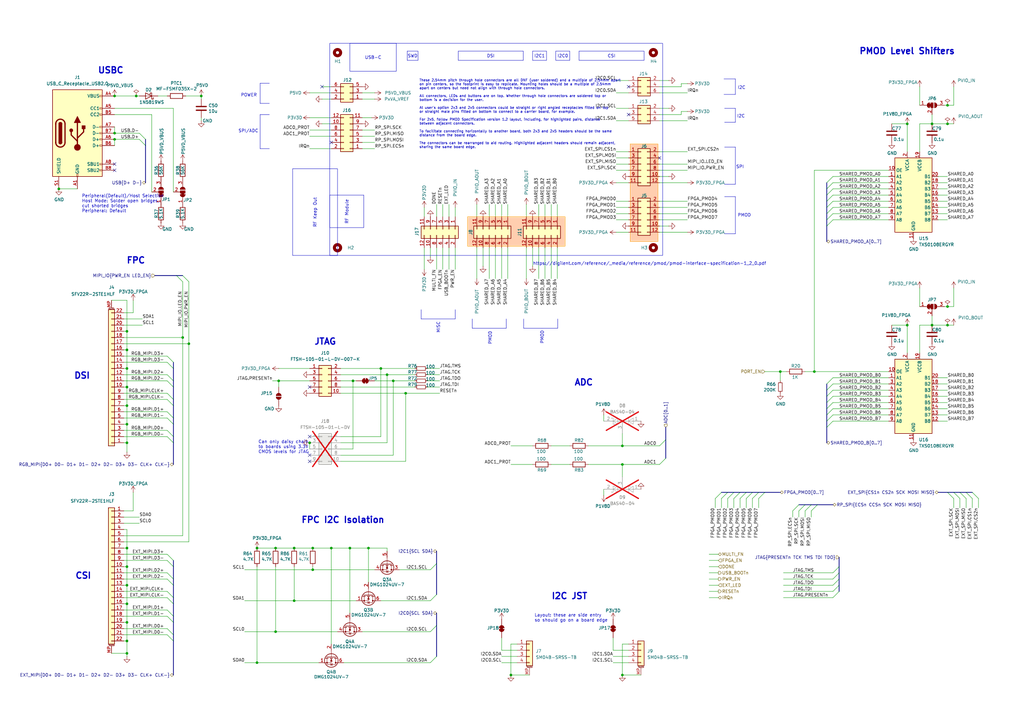
<source format=kicad_sch>
(kicad_sch (version 20250114) (generator "eeschema") (generator_version "9.0")
  (paper "A3")
  (title_block (title "PICO2-NX") (rev "0.1") (company "tinyVision.ai Inc."))
  (lib_symbols
    (symbol "Connector:USB_C_Receptacle_USB2.0" (pin_names (offset 1.016))
      (property "Reference" "J" (at -10.16 19.05 0))
      (property "Value" "USB_C_Receptacle_USB2.0" (at 19.05 19.05 0))
      (symbol "USB_C_Receptacle_USB2.0_1_1"
        (pin passive line (at -7.62 -22.86 90) (length 5.08) (name "SHIELD") (number "S1"))
        (pin passive line (at 0 -22.86 90) (length 5.08) (name "GND") (number "A1"))
        (pin passive line (at 0 -22.86 90) (length 5.08) (hide yes) (name "GND") (number "A12"))
        (pin passive line (at 0 -22.86 90) (length 5.08) (hide yes) (name "GND") (number "B1"))
        (pin passive line (at 0 -22.86 90) (length 5.08) (hide yes) (name "GND") (number "B12"))
        (pin passive line (at 15.24 15.24 180) (length 5.08) (name "VBUS") (number "A4"))
        (pin passive line (at 15.24 15.24 180) (length 5.08) (hide yes) (name "VBUS") (number "A9"))
        (pin passive line (at 15.24 15.24 180) (length 5.08) (hide yes) (name "VBUS") (number "B4"))
        (pin passive line (at 15.24 15.24 180) (length 5.08) (hide yes) (name "VBUS") (number "B9"))
        (pin bidirectional line (at 15.24 10.16 180) (length 5.08) (name "CC1") (number "A5"))
        (pin bidirectional line (at 15.24 7.62 180) (length 5.08) (name "CC2") (number "B5"))
        (pin bidirectional line (at 15.24 2.54 180) (length 5.08) (name "D-") (number "A7"))
        (pin bidirectional line (at 15.24 0 180) (length 5.08) (name "D-") (number "B7"))
        (pin bidirectional line (at 15.24 -2.54 180) (length 5.08) (name "D+") (number "A6"))
        (pin bidirectional line (at 15.24 -5.08 180) (length 5.08) (name "D+") (number "B6"))
        (pin bidirectional line (at 15.24 -12.7 180) (length 5.08) (name "SBU1") (number "A8"))
        (pin bidirectional line (at 15.24 -15.24 180) (length 5.08) (name "SBU2") (number "B8"))
      )
    )
    (symbol "Connector_Generic:Conn_02x03_Odd_Even" (pin_names (offset 1.016) (hide yes))
      (property "Reference" "J" (at 1.27 5.08 0))
      (property "Value" "Conn_02x03_Odd_Even" (at 1.27 -5.08 0))
      (symbol "Conn_02x03_Odd_Even_1_1"
        (pin passive line (at -5.08 2.54 0) (length 3.81) (name "Pin_1") (number "1"))
        (pin passive line (at -5.08 0 0) (length 3.81) (name "Pin_3") (number "3"))
        (pin passive line (at -5.08 -2.54 0) (length 3.81) (name "Pin_5") (number "5"))
        (pin passive line (at 7.62 2.54 180) (length 3.81) (name "Pin_2") (number "2"))
        (pin passive line (at 7.62 0 180) (length 3.81) (name "Pin_4") (number "4"))
        (pin passive line (at 7.62 -2.54 180) (length 3.81) (name "Pin_6") (number "6"))
      )
    )
    (symbol "Connector_Generic:Conn_02x05_Odd_Even" (pin_names (offset 1.016) (hide yes))
      (property "Reference" "J" (at 1.27 7.62 0))
      (property "Value" "Conn_02x05_Odd_Even" (at 1.27 -7.62 0))
      (symbol "Conn_02x05_Odd_Even_1_1"
        (pin passive line (at -5.08 5.08 0) (length 3.81) (name "Pin_1") (number "1"))
        (pin passive line (at -5.08 2.54 0) (length 3.81) (name "Pin_3") (number "3"))
        (pin passive line (at -5.08 0 0) (length 3.81) (name "Pin_5") (number "5"))
        (pin passive line (at -5.08 -2.54 0) (length 3.81) (name "Pin_7") (number "7"))
        (pin passive line (at -5.08 -5.08 0) (length 3.81) (name "Pin_9") (number "9"))
        (pin passive line (at 7.62 5.08 180) (length 3.81) (name "Pin_2") (number "2"))
        (pin passive line (at 7.62 2.54 180) (length 3.81) (name "Pin_4") (number "4"))
        (pin passive line (at 7.62 0 180) (length 3.81) (name "Pin_6") (number "6"))
        (pin passive line (at 7.62 -2.54 180) (length 3.81) (name "Pin_8") (number "8"))
        (pin passive line (at 7.62 -5.08 180) (length 3.81) (name "Pin_10") (number "10"))
      )
    )
    (symbol "Connector_Generic:Conn_02x06_Odd_Even" (pin_names (offset 1.016) (hide yes))
      (property "Reference" "J" (at 1.27 7.62 0))
      (property "Value" "Conn_02x06_Odd_Even" (at 1.27 -10.16 0))
      (symbol "Conn_02x06_Odd_Even_1_1"
        (pin passive line (at -5.08 5.08 0) (length 3.81) (name "Pin_1") (number "1"))
        (pin passive line (at -5.08 2.54 0) (length 3.81) (name "Pin_3") (number "3"))
        (pin passive line (at -5.08 0 0) (length 3.81) (name "Pin_5") (number "5"))
        (pin passive line (at -5.08 -2.54 0) (length 3.81) (name "Pin_7") (number "7"))
        (pin passive line (at -5.08 -5.08 0) (length 3.81) (name "Pin_9") (number "9"))
        (pin passive line (at -5.08 -7.62 0) (length 3.81) (name "Pin_11") (number "11"))
        (pin passive line (at 7.62 5.08 180) (length 3.81) (name "Pin_2") (number "2"))
        (pin passive line (at 7.62 2.54 180) (length 3.81) (name "Pin_4") (number "4"))
        (pin passive line (at 7.62 0 180) (length 3.81) (name "Pin_6") (number "6"))
        (pin passive line (at 7.62 -2.54 180) (length 3.81) (name "Pin_8") (number "8"))
        (pin passive line (at 7.62 -5.08 180) (length 3.81) (name "Pin_10") (number "10"))
        (pin passive line (at 7.62 -7.62 180) (length 3.81) (name "Pin_12") (number "12"))
      )
    )
    (symbol "Connector_Generic_MountingPin:Conn_01x04_MountingPin" (pin_names (offset 1.016) (hide yes))
      (property "Reference" "J" (at 0 5.08 0))
      (property "Value" "Conn_01x04_MountingPin" (at 1.27 -7.62 0))
      (symbol "Conn_01x04_MountingPin_1_1"
        (text "Mounting" (at 0 -6.731 0) (effects (font (size 0.381 0.381))))
        (pin passive line (at -5.08 2.54 0) (length 3.81) (name "Pin_1") (number "1"))
        (pin passive line (at -5.08 0 0) (length 3.81) (name "Pin_2") (number "2"))
        (pin passive line (at -5.08 -2.54 0) (length 3.81) (name "Pin_3") (number "3"))
        (pin passive line (at -5.08 -5.08 0) (length 3.81) (name "Pin_4") (number "4"))
        (pin passive line (at 0 -10.16 90) (length 3.048) (name "MountPin") (number "MP"))
      )
    )
    (symbol "Connector_Generic_MountingPin:Conn_01x22_MountingPin" (pin_names (offset 1.016) (hide yes))
      (property "Reference" "J" (at 0 27.94 0))
      (property "Value" "Conn_01x22_MountingPin" (at 1.27 -30.48 0))
      (symbol "Conn_01x22_MountingPin_1_1"
        (text "Mounting" (at 0 -29.591 0) (effects (font (size 0.381 0.381))))
        (pin passive line (at -5.08 25.4 0) (length 3.81) (name "Pin_1") (number "1"))
        (pin passive line (at -5.08 22.86 0) (length 3.81) (name "Pin_2") (number "2"))
        (pin passive line (at -5.08 20.32 0) (length 3.81) (name "Pin_3") (number "3"))
        (pin passive line (at -5.08 17.78 0) (length 3.81) (name "Pin_4") (number "4"))
        (pin passive line (at -5.08 15.24 0) (length 3.81) (name "Pin_5") (number "5"))
        (pin passive line (at -5.08 12.7 0) (length 3.81) (name "Pin_6") (number "6"))
        (pin passive line (at -5.08 10.16 0) (length 3.81) (name "Pin_7") (number "7"))
        (pin passive line (at -5.08 7.62 0) (length 3.81) (name "Pin_8") (number "8"))
        (pin passive line (at -5.08 5.08 0) (length 3.81) (name "Pin_9") (number "9"))
        (pin passive line (at -5.08 2.54 0) (length 3.81) (name "Pin_10") (number "10"))
        (pin passive line (at -5.08 0 0) (length 3.81) (name "Pin_11") (number "11"))
        (pin passive line (at -5.08 -2.54 0) (length 3.81) (name "Pin_12") (number "12"))
        (pin passive line (at -5.08 -5.08 0) (length 3.81) (name "Pin_13") (number "13"))
        (pin passive line (at -5.08 -7.62 0) (length 3.81) (name "Pin_14") (number "14"))
        (pin passive line (at -5.08 -10.16 0) (length 3.81) (name "Pin_15") (number "15"))
        (pin passive line (at -5.08 -12.7 0) (length 3.81) (name "Pin_16") (number "16"))
        (pin passive line (at -5.08 -15.24 0) (length 3.81) (name "Pin_17") (number "17"))
        (pin passive line (at -5.08 -17.78 0) (length 3.81) (name "Pin_18") (number "18"))
        (pin passive line (at -5.08 -20.32 0) (length 3.81) (name "Pin_19") (number "19"))
        (pin passive line (at -5.08 -22.86 0) (length 3.81) (name "Pin_20") (number "20"))
        (pin passive line (at -5.08 -25.4 0) (length 3.81) (name "Pin_21") (number "21"))
        (pin passive line (at -5.08 -27.94 0) (length 3.81) (name "Pin_22") (number "22"))
        (pin passive line (at 0 -33.02 90) (length 3.048) (name "MountPin") (number "MP"))
      )
    )
    (symbol "Custom:DMG1024UV-7" (pin_names (hide yes))
      (property "Reference" "Q" (at 5.588 2.032 0))
      (property "Value" "DMG1024UV-7" (at 10.922 0 0))
      (symbol "DMG1024UV-7_1_1"
        (pin input line (at -5.08 0 0) (length 2.54) (name "G") (number "5"))
        (pin passive line (at 2.54 5.08 270) (length 2.54) (name "D") (number "3"))
        (pin passive line (at 2.54 -5.08 90) (length 2.54) (name "S") (number "4"))
      )
      (symbol "DMG1024UV-7_2_1"
        (pin input line (at -5.08 0 0) (length 2.54) (name "G") (number "2"))
        (pin passive line (at 2.54 5.08 270) (length 2.54) (name "D") (number "6"))
        (pin passive line (at 2.54 -5.08 90) (length 2.54) (name "S") (number "1"))
      )
    )
    (symbol "Device:C" (pin_numbers (hide yes)) (pin_names (offset 0.254))
      (property "Reference" "C" (at 0.635 2.54 0))
      (property "Value" "C" (at 0.635 -2.54 0))
      (symbol "C_1_1"
        (pin passive line (at 0 3.81 270) (length 2.794) (name "~") (number "1"))
        (pin passive line (at 0 -3.81 90) (length 2.794) (name "~") (number "2"))
      )
    )
    (symbol "Device:D_Schottky" (pin_numbers (hide yes)) (pin_names (offset 1.016) (hide yes))
      (property "Reference" "D" (at 0 2.54 0))
      (property "Value" "D_Schottky" (at 0 -2.54 0))
      (symbol "D_Schottky_1_1"
        (pin passive line (at -3.81 0 0) (length 2.54) (name "K") (number "1"))
        (pin passive line (at 3.81 0 180) (length 2.54) (name "A") (number "2"))
      )
    )
    (symbol "Device:R" (pin_numbers (hide yes)) (pin_names (offset 0))
      (property "Reference" "R" (at 2.032 0 90))
      (property "Value" "R" (at 0 0 90))
      (symbol "R_1_1"
        (pin passive line (at 0 3.81 270) (length 1.27) (name "~") (number "1"))
        (pin passive line (at 0 -3.81 90) (length 1.27) (name "~") (number "2"))
      )
    )
    (symbol "Device:R_Small" (pin_numbers (hide yes)) (pin_names (offset 0.254) (hide yes))
      (property "Reference" "R" (at 0 0 90))
      (property "Value" "R_Small" (at 1.778 0 90))
      (symbol "R_Small_1_1"
        (pin passive line (at 0 2.54 270) (length 0.762) (name "~") (number "1"))
        (pin passive line (at 0 -2.54 90) (length 0.762) (name "~") (number "2"))
      )
    )
    (symbol "Diode:BAS40-04" (pin_names (offset 1.016))
      (property "Reference" "D" (at 0.635 -1.27 0))
      (property "Value" "BAS40-04" (at -6.35 5.715 0))
      (symbol "BAS40-04_1_1"
        (pin passive line (at -7.62 2.54 0) (length 3.81) (name "~") (number "1"))
        (pin passive line (at 0 -2.54 90) (length 5.08) (name "~") (number "3"))
        (pin passive line (at 7.62 2.54 180) (length 3.81) (name "~") (number "2"))
      )
    )
    (symbol "Jumper:SolderJumper_2_Bridged" (pin_numbers (hide yes)) (pin_names (offset 0) (hide yes)) (in_bom no)
      (property "Reference" "JP" (at 0 2.032 0))
      (property "Value" "SolderJumper_2_Bridged" (at 0 -2.54 0))
      (symbol "SolderJumper_2_Bridged_1_1"
        (pin passive line (at -3.81 0 0) (length 2.54) (name "A") (number "1"))
        (pin passive line (at 3.81 0 180) (length 2.54) (name "B") (number "2"))
      )
    )
    (symbol "Jumper:SolderJumper_2_Open" (pin_numbers (hide yes)) (pin_names (offset 0) (hide yes)) (in_bom no)
      (property "Reference" "JP" (at 0 2.032 0))
      (property "Value" "SolderJumper_2_Open" (at 0 -2.54 0))
      (symbol "SolderJumper_2_Open_1_1"
        (pin passive line (at -3.81 0 0) (length 2.54) (name "A") (number "1"))
        (pin passive line (at 3.81 0 180) (length 2.54) (name "B") (number "2"))
      )
    )
    (symbol "Jumper:SolderJumper_3_Bridged12" (pin_names (offset 0) (hide yes)) (in_bom no)
      (property "Reference" "JP" (at -2.54 -2.54 0))
      (property "Value" "SolderJumper_3_Bridged12" (at 0 2.794 0))
      (symbol "SolderJumper_3_Bridged12_1_1"
        (pin passive line (at -5.08 0 0) (length 2.54) (name "A") (number "1"))
        (pin passive line (at 0 -3.81 90) (length 2.54) (name "C") (number "2"))
        (pin passive line (at 5.08 0 180) (length 2.54) (name "B") (number "3"))
      )
    )
    (symbol "Logic_LevelTranslator:TXS0108EPW"
      (property "Reference" "U" (at -6.35 16.51 0))
      (property "Value" "TXS0108EPW" (at 3.81 16.51 0))
      (symbol "TXS0108EPW_1_1"
        (pin input line (at -10.16 10.16 0) (length 2.54) (name "OE") (number "10"))
        (pin bidirectional line (at -10.16 7.62 0) (length 2.54) (name "A1") (number "1"))
        (pin bidirectional line (at -10.16 5.08 0) (length 2.54) (name "A2") (number "3"))
        (pin bidirectional line (at -10.16 2.54 0) (length 2.54) (name "A3") (number "4"))
        (pin bidirectional line (at -10.16 0 0) (length 2.54) (name "A4") (number "5"))
        (pin bidirectional line (at -10.16 -2.54 0) (length 2.54) (name "A5") (number "6"))
        (pin bidirectional line (at -10.16 -5.08 0) (length 2.54) (name "A6") (number "7"))
        (pin bidirectional line (at -10.16 -7.62 0) (length 2.54) (name "A7") (number "8"))
        (pin bidirectional line (at -10.16 -10.16 0) (length 2.54) (name "A8") (number "9"))
        (pin power_in line (at -2.54 17.78 270) (length 2.54) (name "VCCA") (number "2"))
        (pin power_in line (at 0 -17.78 90) (length 2.54) (name "GND") (number "11"))
        (pin power_in line (at 2.54 17.78 270) (length 2.54) (name "VCCB") (number "19"))
        (pin bidirectional line (at 10.16 7.62 180) (length 2.54) (name "B1") (number "20"))
        (pin bidirectional line (at 10.16 5.08 180) (length 2.54) (name "B2") (number "18"))
        (pin bidirectional line (at 10.16 2.54 180) (length 2.54) (name "B3") (number "17"))
        (pin bidirectional line (at 10.16 0 180) (length 2.54) (name "B4") (number "16"))
        (pin bidirectional line (at 10.16 -2.54 180) (length 2.54) (name "B5") (number "15"))
        (pin bidirectional line (at 10.16 -5.08 180) (length 2.54) (name "B6") (number "14"))
        (pin bidirectional line (at 10.16 -7.62 180) (length 2.54) (name "B7") (number "13"))
        (pin bidirectional line (at 10.16 -10.16 180) (length 2.54) (name "B8") (number "12"))
      )
    )
    (symbol "Mechanical:MountingHole" (pin_names (offset 1.016)) (in_bom no)
      (property "Reference" "H" (at 0 5.08 0))
      (property "Value" "MountingHole" (at 0 3.175 0))
    )
    (symbol "power:GND" (power) (pin_numbers (hide yes)) (pin_names (offset 0) (hide yes))
      (property "Value" "GND" (at 0 -3.81 0))
      (symbol "GND_1_1"
        (pin power_in line (at 0 0 270) (length 0) (name "~") (number "1"))
      )
    )
    (symbol "power:PWR_FLAG" (power) (pin_numbers (hide yes)) (pin_names (offset 0) (hide yes))
      (property "Value" "PWR_FLAG" (at 0 3.81 0))
      (symbol "PWR_FLAG_0_0"
        (pin power_out line (at 0 0 90) (length 0) (name "~") (number "1"))
      )
    )
    (symbol "power:VBUS" (power) (pin_numbers (hide yes)) (pin_names (offset 0) (hide yes))
      (property "Value" "VBUS" (at 0 3.556 0))
      (symbol "VBUS_1_1"
        (pin power_in line (at 0 0 90) (length 0) (name "~") (number "1"))
      )
    )
    (symbol "power:VCC" (power) (pin_numbers (hide yes)) (pin_names (offset 0) (hide yes))
      (property "Value" "VCC" (at 0 3.556 0))
      (symbol "VCC_1_1"
        (pin power_in line (at 0 0 90) (length 0) (name "~") (number "1"))
      )
    )
    (symbol "power:VDC" (power) (pin_numbers (hide yes)) (pin_names (offset 0) (hide yes))
      (property "Value" "VDC" (at 0 3.556 0))
      (symbol "VDC_1_1"
        (pin power_in line (at 0 0 90) (length 0) (name "~") (number "1"))
      )
    )
  )
  (rectangle (start 258.445 59.055) (end 269.875 99.06) (stroke (width 0) (color 255 159 0 1)) (fill (type color) (color 255 206 175 1)))
  (rectangle (start 135.255 17.78) (end 271.78 104.775))
  (rectangle (start 191.77 100.965) (end 231.775 88.9) (stroke (width 0) (color 255 159 0 1)) (fill (type color) (color 255 206 175 1)))
  (text "PMOD" (at 222.377 135.636 90) (effects (font (size 1.27 1.27)) (justify right)))
  (text "PMOD" (at 302.514 88.392 0) (effects (font (size 1.27 1.27)) (justify left)))
  (text "MISC" (at 179.07 134.366 90) (effects (font (size 1.27 1.27)) (justify top)))
  (text "I2C" (at 302.514 36.068 0) (effects (font (size 1.27 1.27)) (justify left)))
  (text "SPI" (at 303.53 67.818 0) (effects (font (size 1.27 1.27)) (justify top)))
  (text "USBC" (at 40.005 30.48 0) (effects (font (size 2.54 2.54) (thickness 0.508) (bold yes)) (justify left bottom)))
  (text "SPI/ADC" (at 101.854 53.086 0) (effects (font (size 1.27 1.27)) (justify top)))
  (text "JTAG" (at 128.778 141.732 0) (effects (font (size 2.54 2.54) (thickness 0.508) (bold yes)) (justify left bottom)))
  (text "https://digilent.com/reference/_media/reference/pmod/pmod-interface-specification-1_2_0.pdf" (at 266.446 108.204 0) (effects (font (size 1.27 1.27))))
  (text "ADC" (at 235.458 158.496 0) (effects (font (size 2.54 2.54) (thickness 0.508) (bold yes)) (justify left bottom)))
  (text "DSI" (at 37.084 155.702 0) (effects (font (size 2.54 2.54) (thickness 0.508) (bold yes)) (justify right bottom)))
  (text "Can only daisy chain\nto boards using 3.3V\nCMOS levels for JTAG" (at 105.918 183.388 0) (effects (font (size 1.27 1.27)) (justify left)))
  (text "POWER" (at 105.41 39.116 0) (effects (font (size 1.27 1.27)) (justify right)))
  (text "I2C" (at 302.26 47.752 0) (effects (font (size 1.27 1.27)) (justify left)))
  (text "These 2.54mm pitch through hole connectors are all DNF (user soldered) and a multiple of 2.54mm apart\non pin centers, so the footprint is easy to replicate. Mounting holes should be a multiple of 2.54mm\napart on centers but need not align with through hole connectors.\n\nAll connectors, LEDs and buttons are on top. Whether through hole connectors are soldered top or\nbottom is a decision for the user.\n\nAt user's option 2x3 and 2x5 connectors could be straight or right angled receptacles fitted on top\nor straight male pins fitted on bottom to connect to a carrier board, for example.\n\nFor 2x5, follow PMOD Specification version 1.2 layout, including, for highlighted pairs, distance\nbetween adjacent connectors.\n\nTo facilitate connecting horizontally to another board, both 2x3 and 2x5 headers should be the same\ndistance from the board edge.\n\nThe connectors can be rearranged to aid routing. Highlighted adjacent headers should remain adjacent,\nsharing the same board edge.\n" (at 171.958 32.512 0) (effects (font (size 1 1)) (justify left top)))
  (text "Layout: these are side entry\nso should go on a board edge" (at 219.202 253.492 0) (effects (font (size 1.27 1.27)) (justify left)))
  (text "Peripheral(Default)/Host Selection\nHost Mode: Solder open bridges,\ncut shorted bridges\nPeripheral: Default" (at 33.528 87.376 0) (effects (font (size 1.27 1.27)) (justify left bottom)))
  (text "FPC I2C Isolation" (at 123.444 214.884 0) (effects (font (size 2.54 2.54) (thickness 0.508) (bold yes)) (justify left bottom)))
  (text "I2C JST" (at 226.06 246.126 0) (effects (font (size 2.54 2.54) (thickness 0.508) (bold yes)) (justify left bottom)))
  (text "CSI" (at 37.592 237.744 0) (effects (font (size 2.54 2.54) (thickness 0.508) (bold yes)) (justify right bottom)))
  (text "PMOD Level Shifters" (at 352.298 22.606 0) (effects (font (size 2.54 2.54) (thickness 0.508) (bold yes)) (justify left bottom)))
  (text "FPC" (at 59.69 108.458 0) (effects (font (size 2.54 2.54) (thickness 0.508) (bold yes)) (justify right bottom)))
  (text "PMOD" (at 201.041 135.89 90) (effects (font (size 1.27 1.27)) (justify right)))
  (text_box "USB-C" (at 143.51 17.78 0) (size 19.05 11.43) (margins 0.9525 0.9525 0.9525 0.9525) (effects (font (size 1.27 1.27))))
  (text_box "DSI" (at 187.96 20.955 0) (size 26.67 3.81) (margins 0.9525 0.9525 0.9525 0.9525) (effects (font (size 1.27 1.27))))
  (text_box "CSI" (at 237.49 20.955 0) (size 26.67 3.81) (margins 0.9525 0.9525 0.9525 0.9525) (effects (font (size 1.27 1.27))))
  (text_box "I2C1" (at 218.44 20.955 0) (size 5.715 3.81) (margins 0.9525 0.9525 0.9525 0.9525) (effects (font (size 1.27 1.27))))
  (text_box "RF Module" (at 135.255 80.01 90) (size 13.97 13.335) (margins 0.9525 0.9525 0.9525 0.9525) (effects (font (size 1.27 1.27))))
  (text_box "I2C0" (at 227.965 20.955 0) (size 5.715 3.81) (margins 0.9525 0.9525 0.9525 0.9525) (effects (font (size 1.27 1.27))))
  (text_box "RF Keep Out" (at 120.015 69.215 90) (size 18.415 35.56) (margins 0.9525 0.9525 0.9525 0.9525) (effects (font (size 1.27 1.27))))
  (text_box "SWD" (at 167.005 20.955 0) (size 4.445 3.81) (margins 0.9525 0.9525 0.9525 0.9525) (effects (font (size 1.27 1.27))))
  (junction (at 52.07 166.37))
  (junction (at 52.07 135.89))
  (junction (at 320.04 152.4))
  (junction (at 46.99 57.15))
  (junction (at 113.03 224.79))
  (junction (at 143.51 224.79))
  (junction (at 113.03 259.08))
  (junction (at 128.27 224.79))
  (junction (at 334.01 152.4))
  (junction (at 52.07 158.75))
  (junction (at 382.27 133.35))
  (junction (at 114.3 156.21))
  (junction (at 46.99 54.61))
  (junction (at 135.89 224.79))
  (junction (at 372.11 50.8))
  (junction (at 388.62 43.18))
  (junction (at 52.07 255.27))
  (junction (at 151.13 224.79))
  (junction (at 372.11 133.35))
  (junction (at 52.07 262.89))
  (junction (at 52.07 224.79))
  (junction (at 105.41 224.79))
  (junction (at 52.07 173.99))
  (junction (at 74.93 138.43))
  (junction (at 120.65 224.79))
  (junction (at 105.41 271.78))
  (junction (at 255.27 276.86))
  (junction (at 156.21 151.13))
  (junction (at 82.55 39.37))
  (junction (at 52.07 181.61))
  (junction (at 128.27 233.68))
  (junction (at 77.47 140.97))
  (junction (at 209.55 276.86))
  (junction (at 255.27 190.5))
  (junction (at 161.29 156.21))
  (junction (at 120.65 246.38))
  (junction (at 388.62 125.73))
  (junction (at 127 181.61))
  (junction (at 52.07 143.51))
  (junction (at 55.88 39.37))
  (junction (at 144.78 156.21))
  (junction (at 52.07 151.13))
  (junction (at 255.27 182.88))
  (junction (at 158.75 153.67))
  (junction (at 388.62 133.35))
  (junction (at 388.62 50.8))
  (junction (at 166.37 161.29))
  (junction (at 46.99 39.37))
  (junction (at 52.07 247.65))
  (junction (at 382.27 50.8))
  (junction (at 52.07 232.41))
  (junction (at 24.13 77.47))
  (junction (at 52.07 267.97))
  (junction (at 52.07 240.03))
  (no_connect (at 135.89 58.42))
  (no_connect (at 257.81 46.99))
  (no_connect (at 257.81 35.56))
  (no_connect (at 132.08 35.56))
  (no_connect (at 127 179.07))
  (no_connect (at 127 186.69))
  (no_connect (at 46.99 69.85))
  (no_connect (at 46.99 67.31))
  (no_connect (at 270.51 64.77))
  (no_connect (at 127 158.75))
  (no_connect (at 127 189.23))
  (bus_entry (at 339.09 85.09) (size 2.54 -2.54))
  (bus_entry (at 71.12 166.37) (size -2.54 -2.54))
  (bus_entry (at 339.09 167.64) (size 2.54 -2.54))
  (bus_entry (at 71.12 173.99) (size -2.54 -2.54))
  (bus_entry (at 391.16 201.93) (size 2.54 2.54))
  (bus_entry (at 71.12 181.61) (size -2.54 -2.54))
  (bus_entry (at 179.07 231.14) (size -2.54 2.54))
  (bus_entry (at 339.09 175.26) (size 2.54 -2.54))
  (bus_entry (at 71.12 148.59) (size -2.54 -2.54))
  (bus_entry (at 313.69 201.93) (size -2.54 2.54))
  (bus_entry (at 71.12 163.83) (size -2.54 -2.54))
  (bus_entry (at 59.69 59.69) (size -2.54 -2.54))
  (bus_entry (at 339.09 160.02) (size 2.54 -2.54))
  (bus_entry (at 298.45 201.93) (size -2.54 2.54))
  (bus_entry (at 71.12 245.11) (size -2.54 -2.54))
  (bus_entry (at 339.09 162.56) (size 2.54 -2.54))
  (bus_entry (at 339.09 92.71) (size 2.54 -2.54))
  (bus_entry (at 339.09 172.72) (size 2.54 -2.54))
  (bus_entry (at 71.12 232.41) (size -2.54 -2.54))
  (bus_entry (at 396.24 201.93) (size 2.54 2.54))
  (bus_entry (at 339.09 87.63) (size 2.54 -2.54))
  (bus_entry (at 327.66 207.01) (size -2.54 2.54))
  (bus_entry (at 393.7 201.93) (size 2.54 2.54))
  (bus_entry (at 330.2 207.01) (size -2.54 2.54))
  (bus_entry (at 71.12 229.87) (size -2.54 -2.54))
  (bus_entry (at 71.12 237.49) (size -2.54 -2.54))
  (bus_entry (at 339.09 157.48) (size 2.54 -2.54))
  (bus_entry (at 344.17 237.49) (size -2.54 2.54))
  (bus_entry (at 273.05 180.34) (size -2.54 2.54))
  (bus_entry (at 71.12 240.03) (size -2.54 -2.54))
  (bus_entry (at 339.09 80.01) (size 2.54 -2.54))
  (bus_entry (at 332.74 207.01) (size -2.54 2.54))
  (bus_entry (at 71.12 262.89) (size -2.54 -2.54))
  (bus_entry (at 339.09 82.55) (size 2.54 -2.54))
  (bus_entry (at 71.12 179.07) (size -2.54 -2.54))
  (bus_entry (at 339.09 170.18) (size 2.54 -2.54))
  (bus_entry (at 179.07 269.24) (size -2.54 2.54))
  (bus_entry (at 398.78 201.93) (size 2.54 2.54))
  (bus_entry (at 74.93 113.03) (size 2.54 2.54))
  (bus_entry (at 303.53 201.93) (size -2.54 2.54))
  (bus_entry (at 335.28 207.01) (size -2.54 2.54))
  (bus_entry (at 308.61 201.93) (size -2.54 2.54))
  (bus_entry (at 71.12 252.73) (size -2.54 -2.54))
  (bus_entry (at 71.12 260.35) (size -2.54 -2.54))
  (bus_entry (at 311.15 201.93) (size -2.54 2.54))
  (bus_entry (at 300.99 201.93) (size -2.54 2.54))
  (bus_entry (at 339.09 74.93) (size 2.54 -2.54))
  (bus_entry (at 306.07 201.93) (size -2.54 2.54))
  (bus_entry (at 71.12 247.65) (size -2.54 -2.54))
  (bus_entry (at 295.91 201.93) (size -2.54 2.54))
  (bus_entry (at 344.17 234.95) (size -2.54 2.54))
  (bus_entry (at 179.07 243.84) (size -2.54 2.54))
  (bus_entry (at 388.62 201.93) (size 2.54 2.54))
  (bus_entry (at 344.17 232.41) (size -2.54 2.54))
  (bus_entry (at 71.12 158.75) (size -2.54 -2.54))
  (bus_entry (at 339.09 165.1) (size 2.54 -2.54))
  (bus_entry (at 344.17 240.03) (size -2.54 2.54))
  (bus_entry (at 72.39 113.03) (size 2.54 2.54))
  (bus_entry (at 71.12 151.13) (size -2.54 -2.54))
  (bus_entry (at 339.09 77.47) (size 2.54 -2.54))
  (bus_entry (at 59.69 57.15) (size -2.54 -2.54))
  (bus_entry (at 339.09 90.17) (size 2.54 -2.54))
  (bus_entry (at 71.12 255.27) (size -2.54 -2.54))
  (bus_entry (at 344.17 242.57) (size -2.54 2.54))
  (bus_entry (at 71.12 171.45) (size -2.54 -2.54))
  (bus_entry (at 71.12 156.21) (size -2.54 -2.54))
  (bus_entry (at 273.05 187.96) (size -2.54 2.54))
  (bus_entry (at 179.07 256.54) (size -2.54 2.54))
  (polyline (pts (xy 207.645 134.62) (xy 193.675 134.62)))
  (wire (pts (xy 175.26 153.67) (xy 180.34 153.67)))
  (wire (pts (xy 388.62 170.18) (xy 384.81 170.18)))
  (wire (pts (xy 50.8 255.27) (xy 52.07 255.27)))
  (wire (pts (xy 58.42 133.35) (xy 50.8 133.35)))
  (bus (pts (xy 339.09 82.55) (xy 339.09 85.09)))
  (wire (pts (xy 50.8 240.03) (xy 52.07 240.03)))
  (wire (pts (xy 341.63 80.01) (xy 364.49 80.01)))
  (wire (pts (xy 175.26 156.21) (xy 180.34 156.21)))
  (wire (pts (xy 228.6 83.82) (xy 228.6 88.9)))
  (bus (pts (xy 339.09 165.1) (xy 339.09 167.64)))
  (wire (pts (xy 184.15 88.9) (xy 184.15 83.82)))
  (wire (pts (xy 139.7 161.29) (xy 166.37 161.29)))
  (bus (pts (xy 327.66 207.01) (xy 330.2 207.01)))
  (wire (pts (xy 270.51 90.17) (xy 281.94 90.17)))
  (bus (pts (xy 339.09 87.63) (xy 339.09 90.17)))
  (polyline (pts (xy 106.68 34.163) (xy 106.68 42.418)))
  (wire (pts (xy 257.81 85.09) (xy 252.73 85.09)))
  (wire (pts (xy 270.51 74.93) (xy 281.94 74.93)))
  (wire (pts (xy 208.28 83.82) (xy 208.28 88.9)))
  (wire (pts (xy 58.42 130.81) (xy 50.8 130.81)))
  (wire (pts (xy 252.73 62.23) (xy 257.81 62.23)))
  (wire (pts (xy 52.07 240.03) (xy 52.07 247.65)))
  (bus (pts (xy 344.17 237.49) (xy 344.17 240.03)))
  (wire (pts (xy 120.65 246.38) (xy 146.05 246.38)))
  (wire (pts (xy 306.07 204.47) (xy 306.07 208.28)))
  (wire (pts (xy 290.83 232.41) (xy 294.64 232.41)))
  (wire (pts (xy 321.31 242.57) (xy 341.63 242.57)))
  (polyline (pts (xy 301.625 44.45) (xy 297.18 44.45)))
  (wire (pts (xy 153.67 156.21) (xy 161.29 156.21)))
  (wire (pts (xy 176.53 105.41) (xy 176.53 101.6)))
  (wire (pts (xy 388.62 80.01) (xy 384.81 80.01)))
  (wire (pts (xy 391.16 118.11) (xy 391.16 125.73)))
  (wire (pts (xy 270.51 85.09) (xy 281.94 85.09)))
  (wire (pts (xy 50.8 151.13) (xy 52.07 151.13)))
  (wire (pts (xy 313.69 152.4) (xy 320.04 152.4)))
  (wire (pts (xy 158.75 224.79) (xy 151.13 224.79)))
  (polyline (pts (xy 106.68 42.418) (xy 110.49 42.418)))
  (wire (pts (xy 203.2 101.6) (xy 203.2 114.3)))
  (wire (pts (xy 68.58 148.59) (xy 50.8 148.59)))
  (wire (pts (xy 45.72 123.19) (xy 52.07 123.19)))
  (wire (pts (xy 377.19 133.35) (xy 377.19 144.78)))
  (bus (pts (xy 71.12 163.83) (xy 71.12 166.37)))
  (wire (pts (xy 114.3 151.13) (xy 127 151.13)))
  (wire (pts (xy 152.4 48.26) (xy 148.59 48.26)))
  (wire (pts (xy 144.78 156.21) (xy 146.05 156.21)))
  (wire (pts (xy 341.63 157.48) (xy 364.49 157.48)))
  (wire (pts (xy 274.32 44.45) (xy 270.51 44.45)))
  (wire (pts (xy 156.21 179.07) (xy 156.21 151.13)))
  (wire (pts (xy 382.27 129.54) (xy 382.27 133.35)))
  (wire (pts (xy 144.78 184.15) (xy 139.7 184.15)))
  (wire (pts (xy 341.63 165.1) (xy 364.49 165.1)))
  (wire (pts (xy 111.76 156.21) (xy 114.3 156.21)))
  (wire (pts (xy 52.07 269.24) (xy 52.07 267.97)))
  (wire (pts (xy 100.33 259.08) (xy 113.03 259.08)))
  (wire (pts (xy 372.11 50.8) (xy 372.11 62.23)))
  (wire (pts (xy 68.58 250.19) (xy 50.8 250.19)))
  (wire (pts (xy 113.03 224.79) (xy 120.65 224.79)))
  (wire (pts (xy 251.46 269.24) (xy 257.81 269.24)))
  (wire (pts (xy 257.81 82.55) (xy 252.73 82.55)))
  (bus (pts (xy 344.17 240.03) (xy 344.17 242.57)))
  (wire (pts (xy 52.07 173.99) (xy 52.07 181.61)))
  (wire (pts (xy 139.7 186.69) (xy 161.29 186.69)))
  (bus (pts (xy 300.99 201.93) (xy 303.53 201.93)))
  (wire (pts (xy 52.07 247.65) (xy 52.07 255.27)))
  (wire (pts (xy 298.45 204.47) (xy 298.45 208.28)))
  (wire (pts (xy 52.07 151.13) (xy 52.07 158.75)))
  (bus (pts (xy 295.91 201.93) (xy 298.45 201.93)))
  (wire (pts (xy 274.32 72.39) (xy 270.51 72.39)))
  (bus (pts (xy 71.12 237.49) (xy 71.12 240.03)))
  (wire (pts (xy 247.65 170.18) (xy 247.65 172.72)))
  (polyline (pts (xy 228.727 130.81) (xy 228.727 134.62)))
  (bus (pts (xy 59.69 57.15) (xy 59.69 59.69)))
  (wire (pts (xy 52.07 158.75) (xy 52.07 166.37)))
  (wire (pts (xy 255.27 177.8) (xy 255.27 182.88)))
  (wire (pts (xy 50.8 143.51) (xy 52.07 143.51)))
  (wire (pts (xy 241.3 190.5) (xy 255.27 190.5)))
  (wire (pts (xy 321.31 237.49) (xy 341.63 237.49)))
  (wire (pts (xy 100.33 271.78) (xy 105.41 271.78)))
  (wire (pts (xy 377.19 50.8) (xy 382.27 50.8)))
  (wire (pts (xy 46.99 57.15) (xy 46.99 59.69)))
  (wire (pts (xy 388.62 160.02) (xy 384.81 160.02)))
  (wire (pts (xy 120.65 224.79) (xy 128.27 224.79)))
  (bus (pts (xy 71.12 171.45) (xy 71.12 173.99)))
  (wire (pts (xy 52.07 143.51) (xy 52.07 151.13)))
  (wire (pts (xy 175.26 158.75) (xy 180.34 158.75)))
  (wire (pts (xy 52.07 217.17) (xy 52.07 224.79)))
  (wire (pts (xy 325.12 209.55) (xy 325.12 212.09)))
  (wire (pts (xy 128.27 233.68) (xy 153.67 233.68)))
  (wire (pts (xy 195.58 101.6) (xy 195.58 114.3)))
  (wire (pts (xy 77.47 140.97) (xy 77.47 222.25)))
  (wire (pts (xy 279.4 34.29) (xy 279.4 35.56)))
  (wire (pts (xy 205.74 271.78) (xy 212.09 271.78)))
  (wire (pts (xy 208.28 101.6) (xy 208.28 114.3)))
  (wire (pts (xy 139.7 158.75) (xy 170.18 158.75)))
  (wire (pts (xy 270.51 87.63) (xy 281.94 87.63)))
  (wire (pts (xy 158.75 224.79) (xy 158.75 226.06)))
  (bus (pts (xy 339.09 157.48) (xy 339.09 160.02)))
  (wire (pts (xy 50.8 166.37) (xy 52.07 166.37)))
  (bus (pts (xy 71.12 173.99) (xy 71.12 179.07)))
  (wire (pts (xy 132.08 35.56) (xy 135.89 35.56)))
  (polyline (pts (xy 297.18 60.325) (xy 301.625 60.325)))
  (bus (pts (xy 391.16 201.93) (xy 393.7 201.93)))
  (bus (pts (xy 179.07 256.54) (xy 179.07 269.24)))
  (wire (pts (xy 156.21 151.13) (xy 170.18 151.13)))
  (wire (pts (xy 113.03 259.08) (xy 138.43 259.08)))
  (wire (pts (xy 24.13 77.47) (xy 31.75 77.47)))
  (wire (pts (xy 127 60.96) (xy 135.89 60.96)))
  (wire (pts (xy 68.58 229.87) (xy 50.8 229.87)))
  (wire (pts (xy 68.58 227.33) (xy 50.8 227.33)))
  (wire (pts (xy 215.9 101.6) (xy 215.9 114.3)))
  (wire (pts (xy 127 53.34) (xy 135.89 53.34)))
  (bus (pts (xy 71.12 255.27) (xy 71.12 260.35)))
  (wire (pts (xy 135.89 224.79) (xy 128.27 224.79)))
  (wire (pts (xy 341.63 74.93) (xy 364.49 74.93)))
  (bus (pts (xy 384.81 201.93) (xy 388.62 201.93)))
  (wire (pts (xy 153.67 38.1) (xy 148.59 38.1)))
  (wire (pts (xy 151.13 224.79) (xy 151.13 238.76)))
  (wire (pts (xy 241.3 182.88) (xy 255.27 182.88)))
  (wire (pts (xy 68.58 146.05) (xy 50.8 146.05)))
  (wire (pts (xy 341.63 72.39) (xy 364.49 72.39)))
  (wire (pts (xy 388.62 85.09) (xy 384.81 85.09)))
  (wire (pts (xy 388.62 72.39) (xy 384.81 72.39)))
  (wire (pts (xy 173.99 110.49) (xy 173.99 101.6)))
  (wire (pts (xy 175.26 151.13) (xy 180.34 151.13)))
  (bus (pts (xy 339.09 175.26) (xy 339.09 181.61)))
  (polyline (pts (xy 301.625 50.165) (xy 301.625 44.45)))
  (wire (pts (xy 377.19 35.56) (xy 377.19 43.18)))
  (polyline (pts (xy 301.625 75.565) (xy 298.45 75.565)))
  (bus (pts (xy 344.17 232.41) (xy 344.17 234.95)))
  (wire (pts (xy 64.77 39.37) (xy 68.58 39.37)))
  (wire (pts (xy 50.8 217.17) (xy 52.07 217.17)))
  (wire (pts (xy 226.06 101.6) (xy 226.06 114.3)))
  (wire (pts (xy 252.73 64.77) (xy 257.81 64.77)))
  (wire (pts (xy 388.62 125.73) (xy 387.35 125.73)))
  (wire (pts (xy 68.58 234.95) (xy 50.8 234.95)))
  (wire (pts (xy 388.62 74.93) (xy 384.81 74.93)))
  (wire (pts (xy 255.27 195.58) (xy 255.27 190.5)))
  (wire (pts (xy 321.31 234.95) (xy 341.63 234.95)))
  (wire (pts (xy 281.94 34.29) (xy 279.4 34.29)))
  (polyline (pts (xy 296.926 38.735) (xy 301.625 38.735)))
  (wire (pts (xy 290.83 245.11) (xy 294.64 245.11)))
  (wire (pts (xy 105.41 271.78) (xy 130.81 271.78)))
  (wire (pts (xy 113.03 232.41) (xy 113.03 259.08)))
  (wire (pts (xy 290.83 234.95) (xy 294.64 234.95)))
  (wire (pts (xy 52.07 123.19) (xy 52.07 135.89)))
  (wire (pts (xy 220.98 101.6) (xy 220.98 114.3)))
  (wire (pts (xy 270.51 49.53) (xy 281.94 49.53)))
  (wire (pts (xy 257.81 264.16) (xy 255.27 264.16)))
  (wire (pts (xy 252.73 74.93) (xy 257.81 74.93)))
  (wire (pts (xy 255.27 276.86) (xy 262.89 276.86)))
  (polyline (pts (xy 301.625 80.645) (xy 297.18 80.645)))
  (wire (pts (xy 127 181.61) (xy 127 184.15)))
  (wire (pts (xy 135.89 224.79) (xy 143.51 224.79)))
  (wire (pts (xy 153.67 55.88) (xy 148.59 55.88)))
  (wire (pts (xy 330.2 152.4) (xy 334.01 152.4)))
  (wire (pts (xy 68.58 179.07) (xy 50.8 179.07)))
  (bus (pts (xy 339.09 80.01) (xy 339.09 82.55)))
  (wire (pts (xy 388.62 50.8) (xy 391.16 50.8)))
  (wire (pts (xy 140.97 271.78) (xy 176.53 271.78)))
  (wire (pts (xy 332.74 209.55) (xy 332.74 212.09)))
  (wire (pts (xy 209.55 264.16) (xy 209.55 276.86)))
  (bus (pts (xy 71.12 232.41) (xy 71.12 237.49)))
  (wire (pts (xy 76.2 39.37) (xy 82.55 39.37)))
  (bus (pts (xy 59.69 59.69) (xy 59.69 74.93)))
  (wire (pts (xy 270.51 46.99) (xy 279.4 46.99)))
  (polyline (pts (xy 301.625 32.385) (xy 296.926 32.385)))
  (wire (pts (xy 203.2 83.82) (xy 203.2 88.9)))
  (polyline (pts (xy 301.625 38.735) (xy 301.625 32.385)))
  (wire (pts (xy 223.52 83.82) (xy 223.52 88.9)))
  (bus (pts (xy 396.24 201.93) (xy 398.78 201.93)))
  (wire (pts (xy 274.32 33.02) (xy 270.51 33.02)))
  (wire (pts (xy 68.58 168.91) (xy 50.8 168.91)))
  (wire (pts (xy 251.46 261.62) (xy 251.46 266.7)))
  (wire (pts (xy 205.74 261.62) (xy 205.74 266.7)))
  (wire (pts (xy 303.53 204.47) (xy 303.53 208.28)))
  (bus (pts (xy 308.61 201.93) (xy 311.15 201.93)))
  (bus (pts (xy 344.17 234.95) (xy 344.17 237.49)))
  (wire (pts (xy 161.29 156.21) (xy 170.18 156.21)))
  (wire (pts (xy 54.61 128.27) (xy 50.8 128.27)))
  (wire (pts (xy 161.29 156.21) (xy 161.29 186.69)))
  (polyline (pts (xy 186.69 127) (xy 186.69 130.81)))
  (bus (pts (xy 339.09 74.93) (xy 339.09 77.47)))
  (wire (pts (xy 365.76 50.8) (xy 372.11 50.8)))
  (bus (pts (xy 74.93 113.03) (xy 72.39 113.03)))
  (bus (pts (xy 339.09 167.64) (xy 339.09 170.18)))
  (bus (pts (xy 273.05 175.26) (xy 273.05 180.34)))
  (wire (pts (xy 377.19 118.11) (xy 377.19 125.73)))
  (wire (pts (xy 341.63 87.63) (xy 364.49 87.63)))
  (wire (pts (xy 77.47 140.97) (xy 50.8 140.97)))
  (wire (pts (xy 321.31 245.11) (xy 341.63 245.11)))
  (polyline (pts (xy 106.68 60.96) (xy 106.68 46.99)))
  (wire (pts (xy 82.55 40.64) (xy 82.55 39.37)))
  (wire (pts (xy 270.51 67.31) (xy 281.94 67.31)))
  (polyline (pts (xy 106.68 46.99) (xy 110.49 46.99)))
  (wire (pts (xy 68.58 176.53) (xy 50.8 176.53)))
  (wire (pts (xy 341.63 172.72) (xy 364.49 172.72)))
  (wire (pts (xy 139.7 156.21) (xy 144.78 156.21)))
  (wire (pts (xy 212.09 266.7) (xy 205.74 266.7)))
  (wire (pts (xy 270.51 95.25) (xy 281.94 95.25)))
  (bus (pts (xy 335.28 207.01) (xy 341.63 207.01)))
  (bus (pts (xy 71.12 229.87) (xy 71.12 232.41)))
  (wire (pts (xy 46.99 46.99) (xy 62.23 46.99)))
  (wire (pts (xy 120.65 232.41) (xy 120.65 246.38)))
  (bus (pts (xy 179.07 251.46) (xy 179.07 256.54)))
  (bus (pts (xy 339.09 92.71) (xy 339.09 99.06)))
  (wire (pts (xy 388.62 172.72) (xy 384.81 172.72)))
  (wire (pts (xy 143.51 224.79) (xy 143.51 251.46)))
  (wire (pts (xy 341.63 154.94) (xy 364.49 154.94)))
  (wire (pts (xy 257.81 90.17) (xy 252.73 90.17)))
  (bus (pts (xy 71.12 151.13) (xy 71.12 156.21)))
  (wire (pts (xy 321.31 240.03) (xy 341.63 240.03)))
  (wire (pts (xy 334.01 152.4) (xy 364.49 152.4)))
  (wire (pts (xy 68.58 171.45) (xy 50.8 171.45)))
  (wire (pts (xy 290.83 240.03) (xy 294.64 240.03)))
  (wire (pts (xy 257.81 87.63) (xy 252.73 87.63)))
  (wire (pts (xy 68.58 163.83) (xy 50.8 163.83)))
  (wire (pts (xy 377.19 133.35) (xy 382.27 133.35)))
  (wire (pts (xy 295.91 204.47) (xy 295.91 208.28)))
  (wire (pts (xy 257.81 266.7) (xy 251.46 266.7)))
  (wire (pts (xy 215.9 83.82) (xy 215.9 88.9)))
  (wire (pts (xy 153.67 40.64) (xy 148.59 40.64)))
  (wire (pts (xy 377.19 50.8) (xy 377.19 62.23)))
  (polyline (pts (xy 110.49 60.96) (xy 106.68 60.96)))
  (wire (pts (xy 290.83 237.49) (xy 294.64 237.49)))
  (wire (pts (xy 179.07 88.9) (xy 179.07 83.82)))
  (wire (pts (xy 50.8 247.65) (xy 52.07 247.65)))
  (bus (pts (xy 339.09 162.56) (xy 339.09 165.1)))
  (wire (pts (xy 382.27 46.99) (xy 382.27 50.8)))
  (polyline (pts (xy 172.72 130.81) (xy 172.72 127)))
  (wire (pts (xy 105.41 224.79) (xy 113.03 224.79)))
  (wire (pts (xy 50.8 138.43) (xy 74.93 138.43)))
  (wire (pts (xy 209.55 276.86) (xy 217.17 276.86)))
  (wire (pts (xy 50.8 158.75) (xy 52.07 158.75)))
  (wire (pts (xy 218.44 109.22) (xy 218.44 101.6)))
  (wire (pts (xy 166.37 189.23) (xy 166.37 161.29)))
  (wire (pts (xy 398.78 204.47) (xy 398.78 208.28)))
  (wire (pts (xy 391.16 35.56) (xy 391.16 43.18)))
  (wire (pts (xy 77.47 115.57) (xy 77.47 140.97)))
  (wire (pts (xy 200.66 101.6) (xy 200.66 114.3)))
  (wire (pts (xy 114.3 156.21) (xy 114.3 158.75)))
  (bus (pts (xy 71.12 252.73) (xy 71.12 255.27)))
  (wire (pts (xy 365.76 133.35) (xy 372.11 133.35)))
  (wire (pts (xy 255.27 182.88) (xy 270.51 182.88)))
  (wire (pts (xy 300.99 204.47) (xy 300.99 208.28)))
  (wire (pts (xy 247.65 203.2) (xy 247.65 200.66)))
  (bus (pts (xy 71.12 240.03) (xy 71.12 245.11)))
  (polyline (pts (xy 297.18 95.885) (xy 301.625 95.885)))
  (wire (pts (xy 127 48.26) (xy 135.89 48.26)))
  (wire (pts (xy 68.58 237.49) (xy 50.8 237.49)))
  (wire (pts (xy 226.06 190.5) (xy 233.68 190.5)))
  (wire (pts (xy 388.62 82.55) (xy 384.81 82.55)))
  (polyline (pts (xy 297.18 50.165) (xy 301.625 50.165)))
  (wire (pts (xy 52.07 135.89) (xy 52.07 143.51)))
  (wire (pts (xy 105.41 232.41) (xy 105.41 271.78)))
  (wire (pts (xy 372.11 133.35) (xy 372.11 144.78)))
  (wire (pts (xy 388.62 167.64) (xy 384.81 167.64)))
  (wire (pts (xy 52.07 224.79) (xy 52.07 232.41)))
  (wire (pts (xy 393.7 204.47) (xy 393.7 208.28)))
  (wire (pts (xy 144.78 156.21) (xy 144.78 184.15)))
  (bus (pts (xy 313.69 201.93) (xy 320.04 201.93)))
  (wire (pts (xy 388.62 165.1) (xy 384.81 165.1)))
  (bus (pts (xy 71.12 148.59) (xy 71.12 151.13)))
  (wire (pts (xy 135.89 224.79) (xy 135.89 264.16)))
  (wire (pts (xy 270.51 82.55) (xy 281.94 82.55)))
  (wire (pts (xy 132.08 50.8) (xy 135.89 50.8)))
  (wire (pts (xy 388.62 90.17) (xy 384.81 90.17)))
  (wire (pts (xy 68.58 257.81) (xy 50.8 257.81)))
  (bus (pts (xy 388.62 201.93) (xy 391.16 201.93)))
  (wire (pts (xy 52.07 267.97) (xy 45.72 267.97)))
  (bus (pts (xy 71.12 181.61) (xy 71.12 190.5)))
  (bus (pts (xy 306.07 201.93) (xy 308.61 201.93)))
  (wire (pts (xy 391.16 204.47) (xy 391.16 208.28)))
  (wire (pts (xy 391.16 43.18) (xy 388.62 43.18)))
  (bus (pts (xy 179.07 231.14) (xy 179.07 243.84)))
  (wire (pts (xy 46.99 44.45) (xy 71.12 44.45)))
  (wire (pts (xy 82.55 48.26) (xy 82.55 49.53)))
  (wire (pts (xy 57.15 214.63) (xy 50.8 214.63)))
  (wire (pts (xy 68.58 156.21) (xy 50.8 156.21)))
  (wire (pts (xy 311.15 204.47) (xy 311.15 208.28)))
  (wire (pts (xy 181.61 110.49) (xy 181.61 101.6)))
  (bus (pts (xy 339.09 77.47) (xy 339.09 80.01)))
  (wire (pts (xy 341.63 162.56) (xy 364.49 162.56)))
  (bus (pts (xy 311.15 201.93) (xy 313.69 201.93)))
  (wire (pts (xy 401.32 204.47) (xy 401.32 208.28)))
  (wire (pts (xy 68.58 260.35) (xy 50.8 260.35)))
  (wire (pts (xy 181.61 88.9) (xy 181.61 83.82)))
  (wire (pts (xy 156.21 246.38) (xy 176.53 246.38)))
  (wire (pts (xy 341.63 167.64) (xy 364.49 167.64)))
  (wire (pts (xy 341.63 170.18) (xy 364.49 170.18)))
  (bus (pts (xy 71.12 245.11) (xy 71.12 247.65)))
  (wire (pts (xy 330.2 209.55) (xy 330.2 212.09)))
  (bus (pts (xy 71.12 260.35) (xy 71.12 262.89)))
  (wire (pts (xy 148.59 60.96) (xy 153.67 60.96)))
  (wire (pts (xy 52.07 262.89) (xy 50.8 262.89)))
  (wire (pts (xy 57.15 212.09) (xy 50.8 212.09)))
  (wire (pts (xy 68.58 245.11) (xy 50.8 245.11)))
  (wire (pts (xy 209.55 190.5) (xy 218.44 190.5)))
  (wire (pts (xy 281.94 45.72) (xy 279.4 45.72)))
  (wire (pts (xy 52.07 185.42) (xy 52.07 181.61)))
  (bus (pts (xy 330.2 207.01) (xy 332.74 207.01)))
  (bus (pts (xy 339.09 160.02) (xy 339.09 162.56)))
  (wire (pts (xy 388.62 87.63) (xy 384.81 87.63)))
  (wire (pts (xy 62.23 46.99) (xy 62.23 78.74)))
  (wire (pts (xy 320.04 152.4) (xy 322.58 152.4)))
  (wire (pts (xy 388.62 162.56) (xy 384.81 162.56)))
  (wire (pts (xy 255.27 190.5) (xy 270.51 190.5)))
  (wire (pts (xy 391.16 125.73) (xy 388.62 125.73)))
  (wire (pts (xy 341.63 77.47) (xy 364.49 77.47)))
  (wire (pts (xy 139.7 189.23) (xy 166.37 189.23)))
  (wire (pts (xy 290.83 242.57) (xy 294.64 242.57)))
  (wire (pts (xy 54.61 209.55) (xy 50.8 209.55)))
  (wire (pts (xy 158.75 153.67) (xy 170.18 153.67)))
  (wire (pts (xy 388.62 133.35) (xy 391.16 133.35)))
  (wire (pts (xy 252.73 33.02) (xy 257.81 33.02)))
  (wire (pts (xy 186.69 110.49) (xy 186.69 101.6)))
  (wire (pts (xy 100.33 246.38) (xy 120.65 246.38)))
  (wire (pts (xy 46.99 52.07) (xy 46.99 54.61)))
  (bus (pts (xy 71.12 262.89) (xy 71.12 276.86)))
  (polyline (pts (xy 297.18 75.565) (xy 298.45 75.565)))
  (wire (pts (xy 46.99 54.61) (xy 57.15 54.61)))
  (polyline (pts (xy 214.757 134.62) (xy 214.757 130.81)))
  (wire (pts (xy 270.51 35.56) (xy 279.4 35.56)))
  (wire (pts (xy 179.07 110.49) (xy 179.07 101.6)))
  (wire (pts (xy 290.83 227.33) (xy 294.64 227.33)))
  (wire (pts (xy 279.4 45.72) (xy 279.4 46.99)))
  (wire (pts (xy 270.51 62.23) (xy 281.94 62.23)))
  (wire (pts (xy 341.63 160.02) (xy 364.49 160.02)))
  (wire (pts (xy 388.62 77.47) (xy 384.81 77.47)))
  (bus (pts (xy 71.12 166.37) (xy 71.12 171.45)))
  (wire (pts (xy 46.99 57.15) (xy 57.15 57.15)))
  (bus (pts (xy 339.09 170.18) (xy 339.09 172.72)))
  (wire (pts (xy 50.8 173.99) (xy 52.07 173.99)))
  (wire (pts (xy 68.58 153.67) (xy 50.8 153.67)))
  (bus (pts (xy 298.45 201.93) (xy 300.99 201.93)))
  (wire (pts (xy 205.74 269.24) (xy 212.09 269.24)))
  (wire (pts (xy 50.8 222.25) (xy 77.47 222.25)))
  (bus (pts (xy 339.09 90.17) (xy 339.09 92.71)))
  (wire (pts (xy 74.93 219.71) (xy 74.93 138.43)))
  (wire (pts (xy 257.81 38.1) (xy 252.73 38.1)))
  (wire (pts (xy 100.33 233.68) (xy 128.27 233.68)))
  (bus (pts (xy 71.12 179.07) (xy 71.12 181.61)))
  (wire (pts (xy 71.12 44.45) (xy 71.12 78.74)))
  (wire (pts (xy 52.07 267.97) (xy 52.07 262.89)))
  (wire (pts (xy 68.58 161.29) (xy 50.8 161.29)))
  (wire (pts (xy 252.73 95.25) (xy 257.81 95.25)))
  (wire (pts (xy 198.12 109.22) (xy 198.12 101.6)))
  (bus (pts (xy 393.7 201.93) (xy 396.24 201.93)))
  (wire (pts (xy 68.58 252.73) (xy 50.8 252.73)))
  (wire (pts (xy 139.7 181.61) (xy 158.75 181.61)))
  (bus (pts (xy 71.12 247.65) (xy 71.12 252.73)))
  (wire (pts (xy 54.61 123.19) (xy 54.61 128.27)))
  (bus (pts (xy 71.12 156.21) (xy 71.12 158.75)))
  (wire (pts (xy 139.7 151.13) (xy 156.21 151.13)))
  (wire (pts (xy 388.62 157.48) (xy 384.81 157.48)))
  (wire (pts (xy 251.46 271.78) (xy 257.81 271.78)))
  (wire (pts (xy 52.07 232.41) (xy 52.07 240.03)))
  (wire (pts (xy 200.66 83.82) (xy 200.66 88.9)))
  (polyline (pts (xy 301.625 60.325) (xy 301.625 75.565)))
  (bus (pts (xy 71.12 158.75) (xy 71.12 163.83)))
  (wire (pts (xy 163.83 233.68) (xy 176.53 233.68)))
  (wire (pts (xy 334.01 152.4) (xy 334.01 69.85)))
  (wire (pts (xy 50.8 219.71) (xy 74.93 219.71)))
  (wire (pts (xy 290.83 229.87) (xy 294.64 229.87)))
  (polyline (pts (xy 193.675 134.62) (xy 193.675 130.81)))
  (wire (pts (xy 139.7 153.67) (xy 158.75 153.67)))
  (bus (pts (xy 339.09 85.09) (xy 339.09 87.63)))
  (wire (pts (xy 127 38.1) (xy 135.89 38.1)))
  (wire (pts (xy 55.88 39.37) (xy 57.15 39.37)))
  (bus (pts (xy 332.74 207.01) (xy 335.28 207.01)))
  (wire (pts (xy 50.8 135.89) (xy 52.07 135.89)))
  (wire (pts (xy 223.52 101.6) (xy 223.52 114.3)))
  (wire (pts (xy 320.04 152.4) (xy 320.04 156.21)))
  (wire (pts (xy 50.8 224.79) (xy 52.07 224.79)))
  (bus (pts (xy 344.17 228.6) (xy 344.17 232.41)))
  (wire (pts (xy 341.63 85.09) (xy 364.49 85.09)))
  (wire (pts (xy 166.37 161.29) (xy 180.34 161.29)))
  (wire (pts (xy 68.58 242.57) (xy 50.8 242.57)))
  (wire (pts (xy 341.63 90.17) (xy 364.49 90.17)))
  (wire (pts (xy 334.01 69.85) (xy 364.49 69.85)))
  (wire (pts (xy 220.98 83.82) (xy 220.98 88.9)))
  (wire (pts (xy 252.73 67.31) (xy 257.81 67.31)))
  (wire (pts (xy 186.69 88.9) (xy 186.69 85.09)))
  (wire (pts (xy 255.27 264.16) (xy 255.27 276.86)))
  (bus (pts (xy 179.07 226.06) (xy 179.07 231.14)))
  (wire (pts (xy 257.81 49.53) (xy 252.73 49.53)))
  (wire (pts (xy 388.62 43.18) (xy 387.35 43.18)))
  (polyline (pts (xy 186.69 130.81) (xy 172.72 130.81)))
  (bus (pts (xy 339.09 172.72) (xy 339.09 175.26)))
  (wire (pts (xy 388.62 154.94) (xy 384.81 154.94)))
  (wire (pts (xy 74.93 115.57) (xy 74.93 138.43)))
  (wire (pts (xy 148.59 58.42) (xy 153.67 58.42)))
  (wire (pts (xy 173.99 85.09) (xy 173.99 88.9)))
  (wire (pts (xy 382.27 50.8) (xy 388.62 50.8)))
  (wire (pts (xy 52.07 166.37) (xy 52.07 173.99)))
  (wire (pts (xy 114.3 156.21) (xy 127 156.21)))
  (wire (pts (xy 195.58 88.9) (xy 195.58 83.82)))
  (wire (pts (xy 46.99 39.37) (xy 55.88 39.37)))
  (wire (pts (xy 158.75 181.61) (xy 158.75 153.67)))
  (wire (pts (xy 50.8 232.41) (xy 52.07 232.41)))
  (wire (pts (xy 184.15 110.49) (xy 184.15 101.6)))
  (wire (pts (xy 127 55.88) (xy 135.89 55.88)))
  (wire (pts (xy 327.66 209.55) (xy 327.66 212.09)))
  (wire (pts (xy 148.59 259.08) (xy 176.53 259.08)))
  (wire (pts (xy 128.27 232.41) (xy 128.27 233.68)))
  (wire (pts (xy 308.61 204.47) (xy 308.61 208.28)))
  (wire (pts (xy 209.55 182.88) (xy 218.44 182.88)))
  (wire (pts (xy 143.51 224.79) (xy 151.13 224.79)))
  (bus (pts (xy 273.05 180.34) (xy 273.05 187.96)))
  (wire (pts (xy 205.74 101.6) (xy 205.74 114.3)))
  (wire (pts (xy 139.7 179.07) (xy 156.21 179.07)))
  (polyline (pts (xy 110.49 34.163) (xy 106.68 34.163)))
  (wire (pts (xy 212.09 264.16) (xy 209.55 264.16)))
  (wire (pts (xy 205.74 83.82) (xy 205.74 88.9)))
  (wire (pts (xy 257.81 44.45) (xy 252.73 44.45)))
  (polyline (pts (xy 207.645 130.81) (xy 207.645 134.62)))
  (polyline (pts (xy 301.625 95.885) (xy 301.625 80.645)))
  (wire (pts (xy 270.51 69.85) (xy 281.94 69.85)))
  (wire (pts (xy 382.27 133.35) (xy 388.62 133.35)))
  (wire (pts (xy 270.51 38.1) (xy 281.94 38.1)))
  (polyline (pts (xy 228.727 134.62) (xy 214.757 134.62)))
  (wire (pts (xy 54.61 201.93) (xy 54.61 209.55)))
  (wire (pts (xy 52.07 181.61) (xy 50.8 181.61)))
  (wire (pts (xy 52.07 255.27) (xy 52.07 262.89)))
  (wire (pts (xy 132.08 40.64) (xy 135.89 40.64)))
  (wire (pts (xy 396.24 204.47) (xy 396.24 208.28)))
  (wire (pts (xy 341.63 82.55) (xy 364.49 82.55)))
  (wire (pts (xy 226.06 83.82) (xy 226.06 88.9)))
  (wire (pts (xy 274.32 92.71) (xy 270.51 92.71)))
  (bus (pts (xy 72.39 113.03) (xy 63.5 113.03)))
  (wire (pts (xy 252.73 69.85) (xy 257.81 69.85)))
  (bus (pts (xy 303.53 201.93) (xy 306.07 201.93)))
  (wire (pts (xy 226.06 182.88) (xy 233.68 182.88)))
  (wire (pts (xy 228.6 101.6) (xy 228.6 114.3)))
  (wire (pts (xy 153.67 53.34) (xy 148.59 53.34)))
  (wire (pts (xy 293.37 204.47) (xy 293.37 208.28)))
  (label "MIPI_IO.PWR_EN" (at 77.47 119.38 270))
  (label "EXT_SPI.SCK" (at 391.16 208.28 270))
  (label "I2C0.SDA" (at 252.73 38.1 180))
  (label "SHARED_B0" (at 388.62 154.94 0))
  (label "SHARED_PMOD_B0" (at 344.17 154.94 0))
  (label "FPGA_PMOD0" (at 293.37 208.28 270))
  (label "SHARED_B3" (at 220.98 83.82 90))
  (label "RP_SPI.ECSn" (at 325.12 212.09 270))
  (label "SHARED_A4" (at 208.28 114.3 270))
  (label "RP_SPI.MISO" (at 153.67 55.88 0))
  (label "SHARED_B6" (at 223.52 114.3 270))
  (label "SHARED_B1" (at 226.06 83.82 90))
  (label "FPGA_PMOD4" (at 281.94 82.55 0))
  (label "RESETn" (at 181.61 83.82 90))
  (label "RGB_MIPI.D3-" (at 67.31 148.59 180))
  (label "SDA1" (at 100.33 246.38 180))
  (label "RGB_MIPI.D2+" (at 67.31 153.67 180))
  (label "I2C0.SCL" (at 205.74 271.78 180))
  (label "SHARED_A0" (at 388.62 72.39 0))
  (label "SCL0" (at 100.33 259.08 180))
  (label "FPGA_PMOD4" (at 303.53 208.28 270))
  (label "RGB_MIPI.D0-" (at 67.31 179.07 180))
  (label "SHARED_B3" (at 388.62 162.56 0))
  (label "EXT_SPI.MISO" (at 396.24 208.28 270))
  (label "JTAG.TCK" (at 180.34 153.67 0))
  (label "RGB_MIPI.D1-" (at 67.31 171.45 180))
  (label "RP_SPI.MOSI" (at 330.2 212.09 270))
  (label "SHARED_PMOD_A6" (at 344.17 87.63 0))
  (label "I2C0.SDA" (at 175.26 271.78 180))
  (label "RGB_MIPI.CLK-" (at 67.31 163.83 180))
  (label "IRQn" (at 281.94 49.53 0))
  (label "SHARED_B5" (at 226.06 114.3 270))
  (label "SDA0" (at 100.33 271.78 180))
  (label "I2C1.SCL" (at 251.46 271.78 180))
  (label "SCL1" (at 58.42 133.35 0))
  (label "EXT_SPI.MOSI" (at 393.7 208.28 270))
  (label "I2C1.SDA" (at 251.46 269.24 180))
  (label "RGB_MIPI.D0+" (at 67.31 176.53 180))
  (label "FPGA_PMOD7" (at 311.15 208.28 270))
  (label "I2C1.SDA" (at 252.73 49.53 180))
  (label "EXT_MIPI.CLK+" (at 67.31 242.57 180))
  (label "SHARED_A4" (at 388.62 82.55 0))
  (label "EXT_SPI.CS2n" (at 401.32 208.28 270))
  (label "SHARED_B1" (at 388.62 157.48 0))
  (label "FPGA_PMOD5" (at 281.94 85.09 0))
  (label "EXT_MIPI.D0+" (at 67.31 257.81 180))
  (label "ADC0_PROT" (at 209.55 182.88 180))
  (label "ADC0" (at 264.16 182.88 0))
  (label "SHARED_B2" (at 388.62 160.02 0))
  (label "USB.D-" (at 49.53 54.61 0))
  (label "USB.D+" (at 49.53 57.15 0))
  (label "MIPI_IO.LED_EN" (at 74.93 119.38 270))
  (label "RP_SPI.MOSI" (at 153.67 58.42 0))
  (label "SDA1" (at 58.42 130.81 0))
  (label "SHARED_PMOD_A1" (at 344.17 74.93 0))
  (label "JTAG.TDO" (at 325.12 240.03 0))
  (label "RP_SPI.SCK" (at 327.66 212.09 270))
  (label "FPGA_PMOD6" (at 308.61 208.28 270))
  (label "I2C1.SCL" (at 252.73 44.45 180))
  (label "ADC1" (at 264.16 190.5 0))
  (label "RP_SPI.ECSn" (at 153.67 60.96 0))
  (label "SHARED_A1" (at 205.74 83.82 90))
  (label "EXT_MIPI.D0-" (at 67.31 260.35 180))
  (label "EXT_MIPI.D1+" (at 67.31 250.19 180))
  (label "EXT_MIPI.D2+" (at 67.31 234.95 180))
  (label "SHARED_A1" (at 388.62 74.93 0))
  (label "ADC1_PROT" (at 127 55.88 180))
  (label "SHARED_B7" (at 388.62 172.72 0))
  (label "SHARED_A2" (at 203.2 83.82 90))
  (label "FPGA_PMOD5" (at 306.07 208.28 270))
  (label "SHARED_B4" (at 388.62 165.1 0))
  (label "SHARED_A7" (at 200.66 114.3 270))
  (label "RESETn" (at 180.34 161.29 0))
  (label "EXT_MIPI.D3-" (at 67.31 229.87 180))
  (label "SHARED_PMOD_B3" (at 344.17 162.56 0))
  (label "I2C1.SCL" (at 175.26 233.68 180))
  (label "SHARED_A5" (at 205.74 114.3 270))
  (label "EXT_SPI.MOSI" (at 252.73 64.77 180))
  (label "JTAG.TMS" (at 180.34 151.13 0))
  (label "MULTI_FN" (at 179.07 110.49 270))
  (label "SHARED_PMOD_A7" (at 344.17 90.17 0))
  (label "RP_SPI.SCK" (at 153.67 53.34 0))
  (label "JTAG.TMS" (at 325.12 234.95 0))
  (label "DONE" (at 179.07 83.82 90))
  (label "SHARED_B2" (at 223.52 83.82 90))
  (label "SHARED_A3" (at 200.66 83.82 90))
  (label "USB_BOOTn" (at 184.15 110.49 270))
  (label "SHARED_PMOD_B5" (at 344.17 167.64 0))
  (label "RGB_MIPI.D1+" (at 67.31 168.91 180))
  (label "JTAG.TDI" (at 180.34 158.75 0))
  (label "FPGA_PMOD1" (at 252.73 85.09 180))
  (label "IRQn" (at 281.94 38.1 0))
  (label "SDA0" (at 57.15 212.09 0))
  (label "SHARED_PMOD_A5" (at 344.17 85.09 0))
  (label "RGB_MIPI.D2-" (at 67.31 156.21 180))
  (label "SHARED_PMOD_B2" (at 344.17 160.02 0))
  (label "PWR_EN" (at 186.69 110.49 270))
  (label "SHARED_A0" (at 208.28 83.82 90))
  (label "SHARED_A7" (at 388.62 90.17 0))
  (label "EXT_LED" (at 184.15 83.82 90))
  (label "ADC1_PROT" (at 209.55 190.5 180))
  (label "SHARED_B4" (at 228.6 114.3 270))
  (label "FPGA_PMOD2" (at 252.73 87.63 180))
  (label "JTAG.TCK" (at 325.12 237.49 0))
  (label "SHARED_A6" (at 388.62 87.63 0))
  (label "SHARED_PMOD_A2" (at 344.17 77.47 0))
  (label "FPGA_PMOD3" (at 300.99 208.28 270))
  (label "SHARED_A6" (at 203.2 114.3 270))
  (label "EXT_MIPI.D1-" (at 67.31 252.73 180))
  (label "JTAG.PRESENTn" (at 325.12 245.11 0))
  (label "FPGA_EN" (at 181.61 110.49 270))
  (label "SHARED_PMOD_A4" (at 344.17 82.55 0))
  (label "SHARED_PMOD_B7" (at 344.17 172.72 0))
  (label "SHARED_B0" (at 228.6 83.82 90))
  (label "FPGA_PMOD7" (at 281.94 90.17 0))
  (label "SHARED_PMOD_A0" (at 344.17 72.39 0))
  (label "JTAG.PRESENTn" (at 111.76 156.21 180))
  (label "RP_SPI.MISO" (at 332.74 212.09 270))
  (label "SHARED_B6" (at 388.62 170.18 0))
  (label "SHARED_A2" (at 388.62 77.47 0))
  (label "FPGA_PMOD6" (at 281.94 87.63 0))
  (label "SHARED_PMOD_B4" (at 344.17 165.1 0))
  (label "EXT_SPI.CS1n" (at 398.78 208.28 270))
  (label "EXT_SPI.CS2n" (at 281.94 62.23 0))
  (label "MIPI_IO.PWR_EN" (at 281.94 69.85 0))
  (label "EXT_MIPI.D3+" (at 67.31 227.33 180))
  (label "SCL1" (at 100.33 233.68 180))
  (label "EXT_SPI.SCK" (at 252.73 69.85 180))
  (label "SHARED_PMOD_A3" (at 344.17 80.01 0))
  (label "SCL0" (at 57.15 214.63 0))
  (label "SHARED_PMOD_B6" (at 344.17 170.18 0))
  (label "MIPI_IO.LED_EN" (at 281.94 67.31 0))
  (label "JTAG.TDO" (at 180.34 156.21 0))
  (label "JTAG.TDI" (at 325.12 242.57 0))
  (label "SHARED_PMOD_B1" (at 344.17 157.48 0))
  (label "FPGA_PMOD2" (at 298.45 208.28 270))
  (label "SHARED_B7" (at 220.98 114.3 270))
  (label "EXT_MIPI.CLK-" (at 67.31 245.11 180))
  (label "ADC0_PROT" (at 127 53.34 180))
  (label "I2C0.SCL" (at 252.73 33.02 180))
  (label "SHARED_A3" (at 388.62 80.01 0))
  (label "I2C0.SDA" (at 205.74 269.24 180))
  (label "RGB_MIPI.D3+" (at 67.31 146.05 180))
  (label "FPGA_PMOD1" (at 295.91 208.28 270))
  (label "FPGA_PMOD3" (at 252.73 90.17 180))
  (label "IRQn" (at 127 60.96 180))
  (label "SHARED_B5" (at 388.62 167.64 0))
  (label "FPGA_PMOD0" (at 252.73 82.55 180))
  (label "SHARED_A5" (at 388.62 85.09 0))
  (label "I2C0.SCL" (at 175.26 259.08 180))
  (label "EXT_SPI.MISO" (at 252.73 67.31 180))
  (label "EXT_MIPI.D2-" (at 67.31 237.49 180))
  (label "I2C1.SDA" (at 175.26 246.38 180))
  (label "EXT_SPI.CS1n" (at 252.73 62.23 180))
  (label "RGB_MIPI.CLK+" (at 67.31 161.29 180))
  (hierarchical_label "SHARED_PMOD_A[0..7]" (shape bidirectional) (at 339.09 99.06 0))
  (hierarchical_label "RESETn" (shape output) (at 294.64 242.57 0))
  (hierarchical_label "PORT_EN" (shape input) (at 313.69 152.4 180))
  (hierarchical_label "EXT_MIPI{D0+ D0- D1+ D1- D2+ D2- D3+ D3- CLK+ CLK-}" (shape bidirectional) (at 71.12 276.86 180))
  (hierarchical_label "MULTI_FN" (shape bidirectional) (at 294.64 227.33 0))
  (hierarchical_label "USB_BOOTn" (shape output) (at 294.64 234.95 0))
  (hierarchical_label "FPGA_EN" (shape input) (at 294.64 229.87 0))
  (hierarchical_label "EXT_LED" (shape input) (at 294.64 240.03 0))
  (hierarchical_label "DONE" (shape input) (at 294.64 232.41 0))
  (hierarchical_label "I2C0{SCL SDA}" (shape bidirectional) (at 179.07 251.46 180))
  (hierarchical_label "USB{D+ D-}" (shape bidirectional) (at 59.69 74.93 180))
  (hierarchical_label "I2C1{SCL SDA}" (shape bidirectional) (at 179.07 226.06 180))
  (hierarchical_label "ADC[0..1]" (shape input) (at 273.05 175.26 90))
  (hierarchical_label "IRQn" (shape bidirectional) (at 294.64 245.11 0))
  (hierarchical_label "JTAG{PRESENTn TCK TMS TDI TDO}" (shape input) (at 344.17 228.6 180))
  (hierarchical_label "SHARED_PMOD_B[0..7]" (shape bidirectional) (at 339.09 181.61 0))
  (hierarchical_label "EXT_SPI{CS1n CS2n SCK MOSI MISO}" (shape bidirectional) (at 384.81 201.93 180))
  (hierarchical_label "RGB_MIPI{D0+ D0- D1+ D1- D2+ D2- D3+ D3- CLK+ CLK-}" (shape bidirectional) (at 71.12 190.5 180))
  (hierarchical_label "FPGA_PMOD[0..7]" (shape bidirectional) (at 320.04 201.93 0))
  (hierarchical_label "RP_SPI{ECSn CCSn SCK MOSI MISO}" (shape bidirectional) (at 341.63 207.01 0))
  (hierarchical_label "PWR_EN" (shape output) (at 294.64 237.49 0))
  (hierarchical_label "MIPI_IO{PWR_EN LED_EN}" (shape input) (at 63.5 113.03 180))
  (symbol (lib_id "power:GND") (at 209.55 276.86 0) (unit 1)
    (property "Reference" "#PWR0125" (effects (hide yes)))
    (property "Value" "GND" (effects (hide yes)))
    (property "Description" "Power symbol creates a global label with name \"GND\" , ground" (effects (hide yes)))
  )
  (symbol (lib_id "Connector_Generic:Conn_02x06_Odd_Even") (at 181.61 93.98 270) (unit 1)
    (property "Reference" "J17" (at 170.942 94.996 0))
    (property "Value" "Conn_02x06_Odd_Even" (effects (hide yes)))
    (property "Footprint" "Connector_PinHeader_2.54mm:PinHeader_2x05_P2.54mm_Horizontal" (effects (hide yes)))
    (property "Description" "Generic connector, double row, 02x06, odd/even pin numbering scheme (row 1 odd numbers, row 2 even numbers), script generated (kicad-library-utils/schlib/autogen/connector/)" (effects (hide yes)))
  )
  (symbol (lib_id "Device:D_Schottky") (at 60.96 39.37 180) (unit 1)
    (property "Reference" "D2" (at 60.96 36.83 0))
    (property "Value" "1N5819WS" (at 62.23 41.91 0))
    (property "Footprint" "Diode_SMD:D_SOD-323" (effects (hide yes)))
    (property "Description" "Schottky diode" (effects (hide yes)))
    (property "MPN" "1N5819WS" (effects (hide yes)))
    (property "Manufacturer" "Guangdong Hottech" (effects (hide yes)))
    (property "Supplier" "LCSC" (effects (hide yes)))
  )
  (symbol (lib_id "Device:R") (at 105.41 228.6 0) (unit 1)
    (property "Reference" "R64" (at 101.6 227.076 0))
    (property "Value" "4.7K" (at 101.854 229.362 0))
    (property "Footprint" "Resistor_SMD:R_0402_1005Metric" (effects (hide yes)))
    (property "Description" "Resistor" (effects (hide yes)))
    (property "MPN" "RC0402FR-0727RL" (effects (hide yes)))
    (property "Manufacturer" "YAGEO" (effects (hide yes)))
    (property "Supplier" "LCSC" (effects (hide yes)))
  )
  (symbol (lib_id "power:GND") (at 262.89 172.72 0) (mirror y) (unit 1)
    (property "Reference" "#PWR0210" (effects (hide yes)))
    (property "Value" "GND" (effects (hide yes)))
    (property "Description" "Power symbol creates a global label with name \"GND\" , ground" (effects (hide yes)))
  )
  (symbol (lib_id "Jumper:SolderJumper_3_Bridged12") (at 66.04 78.74 270) (mirror x) (unit 1) (exclude_from_sim yes) (in_bom no)
    (property "Reference" "JP1" (at 66.294 81.788 90) (effects (justify left)))
    (property "Value" "SolderJumper_3_Bridged12" (effects (hide yes)))
    (property "Footprint" "Jumper:SolderJumper-3_P1.3mm_Bridged12_RoundedPad1.0x1.5mm" (effects (hide yes)))
    (property "Description" "3-pole Solder Jumper, pins 1+2 closed/bridged" (effects (hide yes)))
  )
  (symbol (lib_id "power:PWR_FLAG") (at 388.62 125.73 0) (unit 1)
    (property "Reference" "#FLG05" (effects (hide yes)))
    (property "Value" "PWR_FLAG" (effects (hide yes)))
    (property "Description" "Special symbol for telling ERC where power comes from" (effects (hide yes)))
  )
  (symbol (lib_id "power:GND") (at 274.32 33.02 90) (unit 1)
    (property "Reference" "#PWR0158" (effects (hide yes)))
    (property "Value" "GND" (effects (hide yes)))
    (property "Description" "Power symbol creates a global label with name \"GND\" , ground" (effects (hide yes)))
  )
  (symbol (lib_id "power:VCC") (at 54.61 201.93 0) (mirror y) (unit 1)
    (property "Reference" "#PWR0128" (effects (hide yes)))
    (property "Value" "P3V3D_FPGA" (at 54.61 198.374 0))
    (property "Description" "Power symbol creates a global label with name \"VCC\"" (effects (hide yes)))
  )
  (symbol (lib_id "Connector_Generic:Conn_02x05_Odd_Even") (at 132.08 156.21 0) (unit 1)
    (property "Reference" "J10" (at 133.35 144.78 0))
    (property "Value" "FTSH-105-01-L-DV-007-K" (at 133.35 147.32 0))
    (property "Description" "Generic connector, double row, 02x05, odd/even pin numbering scheme (row 1 odd numbers, row 2 even numbers), script generated (kicad-library-utils/schlib/autogen/connector/)" (effects (hide yes)))
  )
  (symbol (lib_id "power:GND") (at 127 181.61 270) (mirror x) (unit 1)
    (property "Reference" "#PWR0203" (effects (hide yes)))
    (property "Value" "GND" (effects (hide yes)))
    (property "Description" "Power symbol creates a global label with name \"GND\" , ground" (effects (hide yes)))
  )
  (symbol (lib_id "Jumper:SolderJumper_3_Bridged12") (at 382.27 43.18 0) (unit 1) (exclude_from_sim yes) (in_bom no)
    (property "Reference" "JP6" (at 382.27 40.386 0))
    (property "Value" "SolderJumper_3_Bridged12" (effects (hide yes)))
    (property "Footprint" "Jumper:SolderJumper-3_P1.3mm_Bridged12_RoundedPad1.0x1.5mm" (effects (hide yes)))
    (property "Description" "3-pole Solder Jumper, pins 1+2 closed/bridged" (effects (hide yes)))
  )
  (symbol (lib_id "Custom:DMG1024UV-7") (at 151.13 243.84 270) (unit 2)
    (property "Reference" "Q3" (at 151.13 250.19 90))
    (property "Value" "DMG1024UV-7" (at 151.13 252.222 90))
    (property "Footprint" "Package_TO_SOT_SMD:SOT-563" (effects (hide yes)))
    (property "Datasheet" "https://www.diodes.com/assets/Datasheets/ds31974.pdf" (effects (hide yes)))
    (property "Description" "Dual N-Channel MOSFET" (effects (hide yes)))
  )
  (symbol (lib_id "Jumper:SolderJumper_2_Open") (at 114.3 162.56 270) (mirror x) (unit 1) (exclude_from_sim yes) (in_bom no)
    (property "Reference" "JP15" (at 111.76 161.29 90) (effects (justify right)))
    (property "Value" "SolderJumper_2_Open" (effects (hide yes)))
    (property "Footprint" "Jumper:SolderJumper-2_P1.3mm_Open_RoundedPad1.0x1.5mm" (effects (hide yes)))
    (property "Description" "Solder Jumper, 2-pole, open" (effects (hide yes)))
  )
  (symbol (lib_id "power:GND") (at 132.08 40.64 270) (mirror x) (unit 1)
    (property "Reference" "#PWR0171" (effects (hide yes)))
    (property "Value" "GND" (effects (hide yes)))
    (property "Description" "Power symbol creates a global label with name \"GND\" , ground" (effects (hide yes)))
  )
  (symbol (lib_id "Logic_LevelTranslator:TXS0108EPW") (at 374.65 162.56 0) (unit 1)
    (property "Reference" "U16" (at 376.8441 180.34 0) (effects (justify left)))
    (property "Value" "TXS0108ERGYR" (at 376.8441 182.88 0) (effects (justify left)))
    (property "Footprint" "Package_SO:TSSOP-20_4.4x6.5mm_P0.65mm" (effects (hide yes)))
    (property "Datasheet" "www.ti.com/lit/ds/symlink/txs0108e.pdf" (effects (hide yes)))
    (property "Description" "Bidirectional  level-shifting voltage translator, TSSOP-20" (effects (hide yes)))
  )
  (symbol (lib_id "power:GND") (at 255.27 276.86 0) (unit 1)
    (property "Reference" "#PWR076" (effects (hide yes)))
    (property "Value" "GND" (effects (hide yes)))
    (property "Description" "Power symbol creates a global label with name \"GND\" , ground" (effects (hide yes)))
  )
  (symbol (lib_id "power:GND") (at 132.08 50.8 270) (unit 1)
    (property "Reference" "#PWR0198" (effects (hide yes)))
    (property "Value" "GND" (effects (hide yes)))
    (property "Description" "Power symbol creates a global label with name \"GND\" , ground" (effects (hide yes)))
  )
  (symbol (lib_id "power:GND") (at 176.53 105.41 0) (unit 1)
    (property "Reference" "#PWR0141" (effects (hide yes)))
    (property "Value" "GND" (effects (hide yes)))
    (property "Description" "Power symbol creates a global label with name \"GND\" , ground" (effects (hide yes)))
  )
  (symbol (lib_id "Connector_Generic:Conn_02x03_Odd_Even") (at 143.51 38.1 180) (unit 1)
    (property "Reference" "J12" (at 142.494 32.766 0))
    (property "Value" "Conn_02x03_Odd_Even" (effects (hide yes)))
    (property "Footprint" "Connector_PinHeader_2.54mm:PinHeader_2x03_P2.54mm_Vertical" (effects (hide yes)))
    (property "Description" "Generic connector, double row, 02x03, odd/even pin numbering scheme (row 1 odd numbers, row 2 even numbers), script generated (kicad-library-utils/schlib/autogen/connector/)" (effects (hide yes)))
  )
  (symbol (lib_id "Connector_Generic:Conn_02x06_Odd_Even") (at 143.51 55.88 180) (unit 1)
    (property "Reference" "J16" (at 142.24 45.212 0))
    (property "Value" "Conn_02x06_Odd_Even" (effects (hide yes)))
    (property "Footprint" "Connector_PinHeader_2.54mm:PinHeader_2x05_P2.54mm_Horizontal" (effects (hide yes)))
    (property "Description" "Generic connector, double row, 02x06, odd/even pin numbering scheme (row 1 odd numbers, row 2 even numbers), script generated (kicad-library-utils/schlib/autogen/connector/)" (effects (hide yes)))
  )
  (symbol (lib_id "power:VCC") (at 252.73 95.25 90) (mirror x) (unit 1)
    (property "Reference" "#PWR0177" (effects (hide yes)))
    (property "Value" "P3V3D_FPGA" (at 243.332 95.25 90))
    (property "Description" "Power symbol creates a global label with name \"VCC\"" (effects (hide yes)))
  )
  (symbol (lib_id "power:VCC") (at 215.9 83.82 0) (unit 1)
    (property "Reference" "#PWR0190" (effects (hide yes)))
    (property "Value" "PVIO_BOUT" (at 215.9 80.01 90) (effects (justify left)))
    (property "Description" "Power symbol creates a global label with name \"VCC\"" (effects (hide yes)))
  )
  (symbol (lib_id "Jumper:SolderJumper_3_Bridged12") (at 74.93 78.74 270) (mirror x) (unit 1) (exclude_from_sim yes) (in_bom no)
    (property "Reference" "JP2" (at 75.184 82.042 90) (effects (justify left)))
    (property "Value" "SolderJumper_3_Bridged12" (effects (hide yes)))
    (property "Footprint" "Jumper:SolderJumper-3_P1.3mm_Bridged12_RoundedPad1.0x1.5mm" (effects (hide yes)))
    (property "Description" "3-pole Solder Jumper, pins 1+2 closed/bridged" (effects (hide yes)))
  )
  (symbol (lib_id "Device:R") (at 237.49 182.88 270) (unit 1)
    (property "Reference" "R82" (at 237.49 180.594 90))
    (property "Value" "100" (at 237.236 185.166 90))
    (property "Footprint" "Resistor_SMD:R_0402_1005Metric" (effects (hide yes)))
    (property "Description" "Resistor" (effects (hide yes)))
    (property "MPN" "RC0402FR-0727RL" (effects (hide yes)))
    (property "Manufacturer" "YAGEO" (effects (hide yes)))
    (property "Supplier" "LCSC" (effects (hide yes)))
  )
  (symbol (lib_id "power:PWR_FLAG") (at 388.62 50.8 0) (unit 1)
    (property "Reference" "#FLG018" (effects (hide yes)))
    (property "Value" "PWR_FLAG" (effects (hide yes)))
    (property "Description" "Special symbol for telling ERC where power comes from" (effects (hide yes)))
  )
  (symbol (lib_id "power:GND") (at 148.59 50.8 90) (mirror x) (unit 1)
    (property "Reference" "#PWR0202" (effects (hide yes)))
    (property "Value" "GND" (effects (hide yes)))
    (property "Description" "Power symbol creates a global label with name \"GND\" , ground" (effects (hide yes)))
  )
  (symbol (lib_id "Device:C") (at 82.55 44.45 0) (unit 1)
    (property "Reference" "C50" (at 85.471 43.2816 0) (effects (justify left)))
    (property "Value" "10u" (at 85.471 45.593 0) (effects (justify left)))
    (property "Footprint" "Capacitor_SMD:C_0402_1005Metric" (effects (hide yes)))
    (property "Description" "Unpolarized capacitor" (effects (hide yes)))
    (property "MPN" "GRM155R60J475ME87D" (effects (hide yes)))
    (property "Manufacturer" "Murata Electronics" (effects (hide yes)))
    (property "Supplier" "LCSC" (effects (hide yes)))
  )
  (symbol (lib_id "power:VCC") (at 205.74 254 0) (unit 1)
    (property "Reference" "#PWR07" (effects (hide yes)))
    (property "Value" "P3V3D" (at 205.74 250.444 0))
    (property "Description" "Power symbol creates a global label with name \"VCC\"" (effects (hide yes)))
  )
  (symbol (lib_id "power:GND") (at 176.53 88.9 180) (unit 1)
    (property "Reference" "#PWR04" (effects (hide yes)))
    (property "Value" "GND" (effects (hide yes)))
    (property "Description" "Power symbol creates a global label with name \"GND\" , ground" (effects (hide yes)))
  )
  (symbol (lib_id "Jumper:SolderJumper_2_Bridged") (at 251.46 257.81 270) (mirror x) (unit 1) (exclude_from_sim yes) (in_bom no)
    (property "Reference" "JP17" (at 247.904 257.556 90))
    (property "Value" "SolderJumper_2_Bridged" (effects (hide yes)))
    (property "Footprint" "Jumper:SolderJumper-2_P1.3mm_Bridged_RoundedPad1.0x1.5mm" (effects (hide yes)))
    (property "Description" "Solder Jumper, 2-pole, closed/bridged" (effects (hide yes)))
  )
  (symbol (lib_id "power:GND") (at 218.44 109.22 0) (unit 1)
    (property "Reference" "#PWR0168" (effects (hide yes)))
    (property "Value" "GND" (effects (hide yes)))
    (property "Description" "Power symbol creates a global label with name \"GND\" , ground" (effects (hide yes)))
  )
  (symbol (lib_id "power:VCC") (at 195.58 114.3 0) (mirror x) (unit 1)
    (property "Reference" "#PWR0119" (effects (hide yes)))
    (property "Value" "PVIO_AOUT" (at 195.58 123.698 90))
    (property "Description" "Power symbol creates a global label with name \"VCC\"" (effects (hide yes)))
  )
  (symbol (lib_id "power:PWR_FLAG") (at 388.62 43.18 0) (unit 1)
    (property "Reference" "#FLG017" (effects (hide yes)))
    (property "Value" "PWR_FLAG" (effects (hide yes)))
    (property "Description" "Special symbol for telling ERC where power comes from" (effects (hide yes)))
  )
  (symbol (lib_id "Connector_Generic_MountingPin:Conn_01x22_MountingPin") (at 45.72 156.21 180) (unit 1)
    (property "Reference" "J4" (at 46.99 117.856 0) (effects (justify left)))
    (property "Value" "SFV22R-2STE1HLF" (at 47.244 120.65 0) (effects (justify left)))
    (property "Footprint" "RP2350_60QFN_minimal:AMPHENOL_SFV22R-2STE1HLF" (effects (hide yes)))
    (property "Description" "Generic connectable mounting pin connector, single row, 01x22, script generated (kicad-library-utils/schlib/autogen/connector/)" (effects (hide yes)))
    (property "MPN" "SFV22R-2STE1HLF" (effects (hide yes)))
    (property "Manufacturer" "AMPHENOL" (effects (hide yes)))
  )
  (symbol (lib_id "Device:R") (at 113.03 228.6 0) (unit 1)
    (property "Reference" "R65" (at 109.22 227.076 0))
    (property "Value" "4.7K" (at 109.474 229.362 0))
    (property "Footprint" "Resistor_SMD:R_0402_1005Metric" (effects (hide yes)))
    (property "Description" "Resistor" (effects (hide yes)))
    (property "MPN" "RC0402FR-0727RL" (effects (hide yes)))
    (property "Manufacturer" "YAGEO" (effects (hide yes)))
    (property "Supplier" "LCSC" (effects (hide yes)))
  )
  (symbol (lib_id "Device:C") (at 365.76 54.61 0) (unit 1)
    (property "Reference" "C77" (at 365.76 52.705 0) (effects (justify left)))
    (property "Value" "0.1u" (at 366.395 57.15 0) (effects (justify left)))
    (property "Footprint" "Capacitor_SMD:C_0201_0603Metric" (effects (hide yes)))
    (property "Description" "Unpolarized capacitor" (effects (hide yes)))
    (property "MPN" "GRM155R71C104KA88J" (effects (hide yes)))
    (property "Manufacturer" "Murata Electronics" (effects (hide yes)))
    (property "Supplier" "Mouser" (effects (hide yes)))
  )
  (symbol (lib_id "power:GND") (at 274.32 92.71 90) (mirror x) (unit 1)
    (property "Reference" "#PWR0173" (effects (hide yes)))
    (property "Value" "GND" (effects (hide yes)))
    (property "Description" "Power symbol creates a global label with name \"GND\" , ground" (effects (hide yes)))
  )
  (symbol (lib_id "Jumper:SolderJumper_2_Bridged") (at 149.86 156.21 180) (unit 1) (exclude_from_sim yes) (in_bom no)
    (property "Reference" "JP5" (at 152.908 155.194 0))
    (property "Value" "SolderJumper_2_Bridged" (effects (hide yes)))
    (property "Footprint" "Jumper:SolderJumper-2_P1.3mm_Bridged_RoundedPad1.0x1.5mm" (effects (hide yes)))
    (property "Description" "Solder Jumper, 2-pole, closed/bridged" (effects (hide yes)))
  )
  (symbol (lib_id "power:VCC") (at 247.65 170.18 0) (mirror y) (unit 1)
    (property "Reference" "#PWR0134" (effects (hide yes)))
    (property "Value" "P1V8D" (at 247.269 165.7858 0))
    (property "Description" "Power symbol creates a global label with name \"VCC\"" (effects (hide yes)))
  )
  (symbol (lib_id "Device:C") (at 382.27 137.16 0) (unit 1)
    (property "Reference" "C80" (at 382.27 135.255 0) (effects (justify left)))
    (property "Value" "0.1u" (at 382.905 139.7 0) (effects (justify left)))
    (property "Footprint" "Capacitor_SMD:C_0201_0603Metric" (effects (hide yes)))
    (property "Description" "Unpolarized capacitor" (effects (hide yes)))
    (property "MPN" "GRM155R71C104KA88J" (effects (hide yes)))
    (property "Manufacturer" "Murata Electronics" (effects (hide yes)))
    (property "Supplier" "Mouser" (effects (hide yes)))
  )
  (symbol (lib_id "power:GND") (at 274.32 72.39 90) (unit 1)
    (property "Reference" "#PWR0199" (effects (hide yes)))
    (property "Value" "GND" (effects (hide yes)))
    (property "Description" "Power symbol creates a global label with name \"GND\" , ground" (effects (hide yes)))
  )
  (symbol (lib_id "Device:R") (at 237.49 190.5 270) (mirror x) (unit 1)
    (property "Reference" "R83" (at 237.49 192.786 90))
    (property "Value" "100" (at 237.236 188.214 90))
    (property "Footprint" "Resistor_SMD:R_0402_1005Metric" (effects (hide yes)))
    (property "Description" "Resistor" (effects (hide yes)))
    (property "MPN" "RC0402FR-0727RL" (effects (hide yes)))
    (property "Manufacturer" "YAGEO" (effects (hide yes)))
    (property "Supplier" "LCSC" (effects (hide yes)))
  )
  (symbol (lib_id "Mechanical:MountingHole") (at 267.97 21.59 0) (unit 1) (exclude_from_sim yes) (in_bom no)
    (property "Reference" "H4" (at 266.7 25.146 0) (effects (justify left)))
    (property "Value" "MountingHole" (effects (hide yes)))
    (property "Description" "Mounting Hole without connection" (effects (hide yes)))
  )
  (symbol (lib_id "power:VCC") (at 251.46 254 0) (unit 1)
    (property "Reference" "#PWR0124" (effects (hide yes)))
    (property "Value" "P3V3D" (at 251.46 250.444 0))
    (property "Description" "Power symbol creates a global label with name \"VCC\"" (effects (hide yes)))
  )
  (symbol (lib_id "power:GND") (at 365.76 58.42 0) (unit 1)
    (property "Reference" "#PWR0143" (effects (hide yes)))
    (property "Value" "GND" (at 365.887 62.8142 0))
    (property "Description" "Power symbol creates a global label with name \"GND\" , ground" (effects (hide yes)))
  )
  (symbol (lib_id "power:GND") (at 198.12 109.22 0) (unit 1)
    (property "Reference" "#PWR0192" (effects (hide yes)))
    (property "Value" "GND" (effects (hide yes)))
    (property "Description" "Power symbol creates a global label with name \"GND\" , ground" (effects (hide yes)))
  )
  (symbol (lib_id "power:VCC") (at 186.69 85.09 0) (unit 1)
    (property "Reference" "#PWR0187" (effects (hide yes)))
    (property "Value" "PVIO_IN" (at 186.69 76.962 90))
    (property "Description" "Power symbol creates a global label with name \"VCC\"" (effects (hide yes)))
  )
  (symbol (lib_id "power:GND") (at 257.81 72.39 270) (unit 1)
    (property "Reference" "#PWR0167" (effects (hide yes)))
    (property "Value" "GND" (effects (hide yes)))
    (property "Description" "Power symbol creates a global label with name \"GND\" , ground" (effects (hide yes)))
  )
  (symbol (lib_id "power:GND") (at 74.93 91.44 0) (unit 1)
    (property "Reference" "#PWR086" (effects (hide yes)))
    (property "Value" "GND" (at 77.47 93.98 0))
    (property "Description" "Power symbol creates a global label with name \"GND\" , ground" (effects (hide yes)))
  )
  (symbol (lib_id "power:VCC") (at 252.73 74.93 90) (mirror x) (unit 1)
    (property "Reference" "#PWR0142" (effects (hide yes)))
    (property "Value" "P3V3D_FPGA" (at 243.332 74.93 90))
    (property "Description" "Power symbol creates a global label with name \"VCC\"" (effects (hide yes)))
  )
  (symbol (lib_id "Device:R") (at 222.25 182.88 270) (unit 1)
    (property "Reference" "R68" (at 222.25 180.594 90))
    (property "Value" "100" (at 221.996 185.166 90))
    (property "Footprint" "Resistor_SMD:R_0402_1005Metric" (effects (hide yes)))
    (property "Description" "Resistor" (effects (hide yes)))
    (property "MPN" "RC0402FR-0727RL" (effects (hide yes)))
    (property "Manufacturer" "YAGEO" (effects (hide yes)))
    (property "Supplier" "LCSC" (effects (hide yes)))
  )
  (symbol (lib_id "power:GND") (at 374.65 97.79 0) (unit 1)
    (property "Reference" "#PWR0147" (effects (hide yes)))
    (property "Value" "GND" (at 374.777 102.1842 0))
    (property "Description" "Power symbol creates a global label with name \"GND\" , ground" (effects (hide yes)))
  )
  (symbol (lib_id "Logic_LevelTranslator:TXS0108EPW") (at 374.65 80.01 0) (unit 1)
    (property "Reference" "U15" (at 376.8441 97.79 0) (effects (justify left)))
    (property "Value" "TXS0108ERGYR" (at 376.8441 100.33 0) (effects (justify left)))
    (property "Footprint" "Package_SO:TSSOP-20_4.4x6.5mm_P0.65mm" (effects (hide yes)))
    (property "Datasheet" "www.ti.com/lit/ds/symlink/txs0108e.pdf" (effects (hide yes)))
    (property "Description" "Bidirectional  level-shifting voltage translator, TSSOP-20" (effects (hide yes)))
  )
  (symbol (lib_id "power:VCC") (at 153.67 38.1 270) (mirror x) (unit 1)
    (property "Reference" "#PWR0184" (effects (hide yes)))
    (property "Value" "P5VD_VBUS" (at 157.734 38.1 90) (effects (justify left)))
    (property "Description" "Power symbol creates a global label with name \"VCC\"" (effects (hide yes)))
  )
  (symbol (lib_id "power:GND") (at 148.59 35.56 90) (unit 1)
    (property "Reference" "#PWR0182" (effects (hide yes)))
    (property "Value" "GND" (effects (hide yes)))
    (property "Description" "Power symbol creates a global label with name \"GND\" , ground" (effects (hide yes)))
  )
  (symbol (lib_id "Connector_Generic:Conn_02x03_Odd_Even") (at 262.89 46.99 0) (unit 1)
    (property "Reference" "J13" (at 263.906 41.656 0))
    (property "Value" "Conn_02x03_Odd_Even" (effects (hide yes)))
    (property "Footprint" "Connector_PinHeader_2.54mm:PinHeader_2x03_P2.54mm_Vertical" (effects (hide yes)))
    (property "Description" "Generic connector, double row, 02x03, odd/even pin numbering scheme (row 1 odd numbers, row 2 even numbers), script generated (kicad-library-utils/schlib/autogen/connector/)" (effects (hide yes)))
  )
  (symbol (lib_id "Device:R") (at 326.39 152.4 270) (unit 1)
    (property "Reference" "R20" (at 326.39 150.114 90))
    (property "Value" "1K" (at 326.136 154.686 90))
    (property "Footprint" "Resistor_SMD:R_0402_1005Metric" (effects (hide yes)))
    (property "Description" "Resistor" (effects (hide yes)))
    (property "MPN" "RC0402FR-0727RL" (effects (hide yes)))
    (property "Manufacturer" "YAGEO" (effects (hide yes)))
    (property "Supplier" "LCSC" (effects (hide yes)))
  )
  (symbol (lib_id "power:VCC") (at 281.94 95.25 270) (unit 1)
    (property "Reference" "#PWR0176" (effects (hide yes)))
    (property "Value" "P3V3D_FPGA" (at 291.338 95.25 90))
    (property "Description" "Power symbol creates a global label with name \"VCC\"" (effects (hide yes)))
  )
  (symbol (lib_id "Device:R") (at 66.04 87.63 0) (mirror y) (unit 1)
    (property "Reference" "R37" (at 64.135 87.63 90))
    (property "Value" "5.1K" (at 66.04 87.63 90))
    (property "Footprint" "Resistor_SMD:R_0402_1005Metric" (effects (hide yes)))
    (property "Description" "Resistor" (effects (hide yes)))
    (property "MPN" "RC0402FR-075K1L" (effects (hide yes)))
    (property "Manufacturer" "YAGEO" (effects (hide yes)))
    (property "Supplier" "LCSC" (effects (hide yes)))
  )
  (symbol (lib_id "power:GND") (at 82.55 49.53 0) (unit 1)
    (property "Reference" "#PWR092" (effects (hide yes)))
    (property "Value" "GND" (at 85.09 49.53 0))
    (property "Description" "Power symbol creates a global label with name \"GND\" , ground" (effects (hide yes)))
  )
  (symbol (lib_id "power:VCC") (at 391.16 50.8 0) (unit 1)
    (property "Reference" "#PWR0207" (effects (hide yes)))
    (property "Value" "PVIO_AOUT" (at 392.938 47.752 0) (effects (justify left)))
    (property "Description" "Power symbol creates a global label with name \"VCC\"" (effects (hide yes)))
  )
  (symbol (lib_id "Device:C") (at 382.27 54.61 0) (unit 1)
    (property "Reference" "C79" (at 382.27 52.705 0) (effects (justify left)))
    (property "Value" "0.1u" (at 382.905 57.15 0) (effects (justify left)))
    (property "Footprint" "Capacitor_SMD:C_0201_0603Metric" (effects (hide yes)))
    (property "Description" "Unpolarized capacitor" (effects (hide yes)))
    (property "MPN" "GRM155R71C104KA88J" (effects (hide yes)))
    (property "Manufacturer" "Murata Electronics" (effects (hide yes)))
    (property "Supplier" "Mouser" (effects (hide yes)))
  )
  (symbol (lib_id "power:GND") (at 24.13 77.47 0) (unit 1)
    (property "Reference" "#PWR073" (effects (hide yes)))
    (property "Value" "GND" (at 24.257 81.8642 0))
    (property "Description" "Power symbol creates a global label with name \"GND\" , ground" (effects (hide yes)))
  )
  (symbol (lib_id "Device:R_Small") (at 172.72 158.75 90) (unit 1)
    (property "Reference" "R79" (at 169.164 157.734 90))
    (property "Value" "100" (at 176.53 157.988 90))
    (property "Footprint" "Resistor_SMD:R_0402_1005Metric" (effects (hide yes)))
    (property "Description" "Resistor, small symbol" (effects (hide yes)))
  )
  (symbol (lib_id "Device:R") (at 128.27 228.6 0) (unit 1)
    (property "Reference" "R61" (at 124.46 227.076 0))
    (property "Value" "4.7K" (at 124.714 229.362 0))
    (property "Footprint" "Resistor_SMD:R_0402_1005Metric" (effects (hide yes)))
    (property "Description" "Resistor" (effects (hide yes)))
    (property "MPN" "RC0402FR-0727RL" (effects (hide yes)))
    (property "Manufacturer" "YAGEO" (effects (hide yes)))
    (property "Supplier" "LCSC" (effects (hide yes)))
  )
  (symbol (lib_id "power:VCC") (at 247.65 203.2 180) (unit 1)
    (property "Reference" "#PWR022" (effects (hide yes)))
    (property "Value" "P1V8D" (at 247.269 207.5942 0))
    (property "Description" "Power symbol creates a global label with name \"VCC\"" (effects (hide yes)))
  )
  (symbol (lib_id "power:GND") (at 52.07 269.24 0) (mirror y) (unit 1)
    (property "Reference" "#PWR0130" (effects (hide yes)))
    (property "Value" "GND" (effects (hide yes)))
    (property "Description" "Power symbol creates a global label with name \"GND\" , ground" (effects (hide yes)))
  )
  (symbol (lib_id "Device:R") (at 120.65 228.6 0) (unit 1)
    (property "Reference" "R86" (at 116.84 227.076 0))
    (property "Value" "4.7K" (at 117.094 229.362 0))
    (property "Footprint" "Resistor_SMD:R_0402_1005Metric" (effects (hide yes)))
    (property "Description" "Resistor" (effects (hide yes)))
    (property "MPN" "RC0402FR-0727RL" (effects (hide yes)))
    (property "Manufacturer" "YAGEO" (effects (hide yes)))
    (property "Supplier" "LCSC" (effects (hide yes)))
  )
  (symbol (lib_id "power:PWR_FLAG") (at 388.62 133.35 0) (unit 1)
    (property "Reference" "#FLG012" (effects (hide yes)))
    (property "Value" "PWR_FLAG" (effects (hide yes)))
    (property "Description" "Special symbol for telling ERC where power comes from" (effects (hide yes)))
  )
  (symbol (lib_id "power:VCC") (at 114.3 151.13 90) (unit 1)
    (property "Reference" "#PWR0162" (effects (hide yes)))
    (property "Value" "P3V3D_FPGA" (at 104.902 151.13 90))
    (property "Description" "Power symbol creates a global label with name \"VCC\"" (effects (hide yes)))
  )
  (symbol (lib_id "Device:R") (at 74.93 69.85 0) (mirror y) (unit 1)
    (property "Reference" "R38" (at 73.025 69.85 90))
    (property "Value" "56K" (at 74.93 69.85 90))
    (property "Footprint" "Resistor_SMD:R_0402_1005Metric" (effects (hide yes)))
    (property "Description" "Resistor" (effects (hide yes)))
    (property "MPN" "RC0402FR-0756KL" (effects (hide yes)))
    (property "Manufacturer" "YAGEO" (effects (hide yes)))
    (property "Supplier" "LCSC" (effects (hide yes)))
  )
  (symbol (lib_id "Custom:DMG1024UV-7") (at 143.51 256.54 270) (unit 1)
    (property "Reference" "Q4" (at 143.51 263.144 90))
    (property "Value" "DMG1024UV-7" (at 143.51 265.176 90))
    (property "Footprint" "Package_TO_SOT_SMD:SOT-563" (effects (hide yes)))
    (property "Datasheet" "https://www.diodes.com/assets/Datasheets/ds31974.pdf" (effects (hide yes)))
    (property "Description" "Dual N-Channel MOSFET" (effects (hide yes)))
  )
  (symbol (lib_id "power:GND") (at 262.89 200.66 180) (unit 1)
    (property "Reference" "#PWR037" (effects (hide yes)))
    (property "Value" "GND" (effects (hide yes)))
    (property "Description" "Power symbol creates a global label with name \"GND\" , ground" (effects (hide yes)))
  )
  (symbol (lib_id "power:VDC") (at 74.93 66.04 0) (unit 1)
    (property "Reference" "#PWR085" (effects (hide yes)))
    (property "Value" "P5VD_VBUS" (at 75.184 57.912 90))
    (property "Description" "Power symbol creates a global label with name \"VDC\"" (effects (hide yes)))
  )
  (symbol (lib_id "Device:R_Small") (at 172.72 153.67 90) (unit 1)
    (property "Reference" "R77" (at 169.164 152.654 90))
    (property "Value" "100" (at 176.53 152.908 90))
    (property "Footprint" "Resistor_SMD:R_0402_1005Metric" (effects (hide yes)))
    (property "Description" "Resistor, small symbol" (effects (hide yes)))
  )
  (symbol (lib_id "Custom:DMG1024UV-7") (at 158.75 231.14 270) (unit 1)
    (property "Reference" "Q3" (at 158.75 237.744 90))
    (property "Value" "DMG1024UV-7" (at 158.75 239.776 90))
    (property "Footprint" "Package_TO_SOT_SMD:SOT-563" (effects (hide yes)))
    (property "Datasheet" "https://www.diodes.com/assets/Datasheets/ds31974.pdf" (effects (hide yes)))
    (property "Description" "Dual N-Channel MOSFET" (effects (hide yes)))
  )
  (symbol (lib_id "Device:C") (at 365.76 137.16 0) (unit 1)
    (property "Reference" "C78" (at 365.76 135.255 0) (effects (justify left)))
    (property "Value" "0.1u" (at 366.395 139.7 0) (effects (justify left)))
    (property "Footprint" "Capacitor_SMD:C_0201_0603Metric" (effects (hide yes)))
    (property "Description" "Unpolarized capacitor" (effects (hide yes)))
    (property "MPN" "GRM155R71C104KA88J" (effects (hide yes)))
    (property "Manufacturer" "Murata Electronics" (effects (hide yes)))
    (property "Supplier" "Mouser" (effects (hide yes)))
  )
  (symbol (lib_id "power:GND") (at 127 161.29 270) (mirror x) (unit 1)
    (property "Reference" "#PWR0170" (effects (hide yes)))
    (property "Value" "GND" (effects (hide yes)))
    (property "Description" "Power symbol creates a global label with name \"GND\" , ground" (effects (hide yes)))
  )
  (symbol (lib_id "power:VCC") (at 281.94 34.29 270) (mirror x) (unit 1)
    (property "Reference" "#PWR0159" (effects (hide yes)))
    (property "Value" "P3V3D" (at 288.036 34.29 90))
    (property "Description" "Power symbol creates a global label with name \"VCC\"" (effects (hide yes)))
  )
  (symbol (lib_id "Connector_Generic:Conn_02x06_Odd_Even") (at 223.52 93.98 270) (unit 1)
    (property "Reference" "J11" (at 213.106 95.25 0))
    (property "Value" "Conn_02x06_Odd_Even" (effects (hide yes)))
    (property "Footprint" "Connector_PinHeader_2.54mm:PinHeader_2x05_P2.54mm_Horizontal" (effects (hide yes)))
    (property "Description" "Generic connector, double row, 02x06, odd/even pin numbering scheme (row 1 odd numbers, row 2 even numbers), script generated (kicad-library-utils/schlib/autogen/connector/)" (effects (hide yes)))
  )
  (symbol (lib_id "Connector_Generic:Conn_02x06_Odd_Even") (at 203.2 93.98 270) (unit 1)
    (property "Reference" "J8" (at 193.04 95.25 0))
    (property "Value" "Conn_02x06_Odd_Even" (effects (hide yes)))
    (property "Footprint" "Connector_PinHeader_2.54mm:PinHeader_2x05_P2.54mm_Horizontal" (effects (hide yes)))
    (property "Description" "Generic connector, double row, 02x06, odd/even pin numbering scheme (row 1 odd numbers, row 2 even numbers), script generated (kicad-library-utils/schlib/autogen/connector/)" (effects (hide yes)))
  )
  (symbol (lib_id "power:PWR_FLAG") (at 55.88 39.37 0) (unit 1)
    (property "Reference" "#FLG07" (effects (hide yes)))
    (property "Value" "PWR_FLAG" (effects (hide yes)))
    (property "Description" "Special symbol for telling ERC where power comes from" (effects (hide yes)))
  )
  (symbol (lib_id "power:GND") (at 274.32 44.45 90) (mirror x) (unit 1)
    (property "Reference" "#PWR0183" (effects (hide yes)))
    (property "Value" "GND" (effects (hide yes)))
    (property "Description" "Power symbol creates a global label with name \"GND\" , ground" (effects (hide yes)))
  )
  (symbol (lib_id "power:VDC") (at 46.99 39.37 0) (unit 1)
    (property "Reference" "#PWR074" (effects (hide yes)))
    (property "Value" "P5VD_VBUS" (at 49.276 35.052 0))
    (property "Description" "Power symbol creates a global label with name \"VDC\"" (effects (hide yes)))
  )
  (symbol (lib_id "Connector_Generic:Conn_02x06_Odd_Even") (at 262.89 67.31 0) (unit 1)
    (property "Reference" "J6" (at 264.16 59.944 0))
    (property "Value" "Conn_02x06_Odd_Even" (effects (hide yes)))
    (property "Footprint" "Connector_PinHeader_2.54mm:PinHeader_2x05_P2.54mm_Horizontal" (effects (hide yes)))
    (property "Description" "Generic connector, double row, 02x06, odd/even pin numbering scheme (row 1 odd numbers, row 2 even numbers), script generated (kicad-library-utils/schlib/autogen/connector/)" (effects (hide yes)))
  )
  (symbol (lib_id "power:GND") (at 365.76 140.97 0) (unit 1)
    (property "Reference" "#PWR0144" (effects (hide yes)))
    (property "Value" "GND" (at 365.887 145.3642 0))
    (property "Description" "Power symbol creates a global label with name \"GND\" , ground" (effects (hide yes)))
  )
  (symbol (lib_id "power:VCC") (at 152.4 48.26 270) (unit 1)
    (property "Reference" "#PWR0201" (effects (hide yes)))
    (property "Value" "P3V3D" (at 158.496 48.26 90))
    (property "Description" "Power symbol creates a global label with name \"VCC\"" (effects (hide yes)))
  )
  (symbol (lib_id "Connector:USB_C_Receptacle_USB2.0") (at 31.75 54.61 0) (unit 1)
    (property "Reference" "J1" (at 31.75 31.75 0))
    (property "Value" "USB_C_Receptacle_USB2.0" (at 31.75 34.29 0))
    (property "Footprint" "Connector_USB:USB_C_Receptacle_HRO_TYPE-C-31-M-12" (effects (hide yes)))
    (property "Datasheet" "https://www.usb.org/sites/default/files/documents/usb_type-c.zip" (effects (hide yes)))
    (property "Description" "CONN RCP USB2.0 TYP C 24P SMD RA" (effects (hide yes)))
    (property "MPN" "USB4105-GF-A" (effects (hide yes)))
    (property "Manufacturer" "GCT" (effects (hide yes)))
    (property "Supplier" "Mouser" (effects (hide yes)))
  )
  (symbol (lib_id "power:VCC") (at 391.16 35.56 0) (unit 1)
    (property "Reference" "#PWR0206" (effects (hide yes)))
    (property "Value" "PVIO_IN" (at 392.684 33.02 0) (effects (justify left)))
    (property "Description" "Power symbol creates a global label with name \"VCC\"" (effects (hide yes)))
  )
  (symbol (lib_id "Device:R") (at 66.04 69.85 0) (mirror y) (unit 1)
    (property "Reference" "R36" (at 64.135 69.85 90))
    (property "Value" "56K" (at 66.04 69.85 90))
    (property "Footprint" "Resistor_SMD:R_0402_1005Metric" (effects (hide yes)))
    (property "Description" "Resistor" (effects (hide yes)))
    (property "MPN" "RC0402FR-0756KL" (effects (hide yes)))
    (property "Manufacturer" "YAGEO" (effects (hide yes)))
    (property "Supplier" "LCSC" (effects (hide yes)))
  )
  (symbol (lib_id "Diode:BAS40-04") (at 255.27 175.26 0) (mirror y) (unit 1) (dnp yes)
    (property "Reference" "D8" (at 255.27 166.37 0))
    (property "Value" "BAS40-04" (at 255.27 168.91 0))
    (property "Footprint" "Package_TO_SOT_SMD:SOT-23" (effects (hide yes)))
    (property "Datasheet" "http://www.vishay.com/docs/85701/bas40v.pdf" (effects (hide yes)))
    (property "Description" "40V 0.2A Dual Small Signal Schottky Diodes" (effects (hide yes)))
  )
  (symbol (lib_id "Device:R_Small") (at 320.04 158.75 0) (mirror y) (unit 1)
    (property "Reference" "R66" (at 318.262 157.5816 0) (effects (justify left)))
    (property "Value" "200K" (at 318.262 159.893 0) (effects (justify left)))
    (property "Footprint" "Resistor_SMD:R_0402_1005Metric" (effects (hide yes)))
    (property "Description" "Resistor, small symbol" (effects (hide yes)))
  )
  (symbol (lib_id "power:GND") (at 382.27 58.42 0) (unit 1)
    (property "Reference" "#PWR0151" (effects (hide yes)))
    (property "Value" "GND" (at 382.397 62.8142 0))
    (property "Description" "Power symbol creates a global label with name \"GND\" , ground" (effects (hide yes)))
  )
  (symbol (lib_id "power:VCC") (at 127 38.1 90) (unit 1)
    (property "Reference" "#PWR0185" (effects (hide yes)))
    (property "Value" "P5VD" (at 123.698 38.1 90) (effects (justify left)))
    (property "Description" "Power symbol creates a global label with name \"VCC\"" (effects (hide yes)))
  )
  (symbol (lib_id "Connector_Generic_MountingPin:Conn_01x04_MountingPin") (at 217.17 266.7 0) (unit 1)
    (property "Reference" "J7" (at 219.71 267.0556 0) (effects (justify left)))
    (property "Value" "SM04B-SRSS-TB" (at 219.71 269.5956 0) (effects (justify left)))
    (property "Footprint" "Connector_JST:JST_SH_SM04B-SRSS-TB_1x04-1MP_P1.00mm_Horizontal" (effects (hide yes)))
    (property "Description" "Generic connectable mounting pin connector, single row, 01x04, script generated (kicad-library-utils/schlib/autogen/connector/)" (effects (hide yes)))
  )
  (symbol (lib_id "power:VCC") (at 215.9 114.3 0) (mirror x) (unit 1)
    (property "Reference" "#PWR0175" (effects (hide yes)))
    (property "Value" "PVIO_BOUT" (at 215.9 118.364 90) (effects (justify left)))
    (property "Description" "Power symbol creates a global label with name \"VCC\"" (effects (hide yes)))
  )
  (symbol (lib_id "power:GND") (at 218.44 88.9 0) (mirror x) (unit 1)
    (property "Reference" "#PWR0169" (effects (hide yes)))
    (property "Value" "GND" (effects (hide yes)))
    (property "Description" "Power symbol creates a global label with name \"GND\" , ground" (effects (hide yes)))
  )
  (symbol (lib_id "Diode:BAS40-04") (at 255.27 198.12 180) (unit 1) (dnp yes)
    (property "Reference" "D9" (at 255.27 203.962 0))
    (property "Value" "BAS40-04" (at 255.27 206.502 0))
    (property "Footprint" "Package_TO_SOT_SMD:SOT-23" (effects (hide yes)))
    (property "Datasheet" "http://www.vishay.com/docs/85701/bas40v.pdf" (effects (hide yes)))
    (property "Description" "40V 0.2A Dual Small Signal Schottky Diodes" (effects (hide yes)))
  )
  (symbol (lib_id "power:VCC") (at 281.94 74.93 270) (mirror x) (unit 1)
    (property "Reference" "#PWR0200" (effects (hide yes)))
    (property "Value" "P3V3D_FPGA" (at 291.338 74.93 90))
    (property "Description" "Power symbol creates a global label with name \"VCC\"" (effects (hide yes)))
  )
  (symbol (lib_id "power:VCC") (at 54.61 123.19 0) (mirror y) (unit 1)
    (property "Reference" "#PWR0129" (effects (hide yes)))
    (property "Value" "P3V3D_FPGA" (at 54.61 119.634 0))
    (property "Description" "Power symbol creates a global label with name \"VCC\"" (effects (hide yes)))
  )
  (symbol (lib_id "Device:R") (at 74.93 87.63 0) (mirror y) (unit 1)
    (property "Reference" "R39" (at 73.025 87.63 90))
    (property "Value" "5.1K" (at 74.93 87.63 90))
    (property "Footprint" "Resistor_SMD:R_0402_1005Metric" (effects (hide yes)))
    (property "Description" "Resistor" (effects (hide yes)))
    (property "MPN" "RC0402FR-075K1L" (effects (hide yes)))
    (property "Manufacturer" "YAGEO" (effects (hide yes)))
    (property "Supplier" "LCSC" (effects (hide yes)))
  )
  (symbol (lib_id "power:VCC") (at 391.16 133.35 0) (unit 1)
    (property "Reference" "#PWR0189" (effects (hide yes)))
    (property "Value" "PVIO_BOUT" (at 392.938 130.302 0) (effects (justify left)))
    (property "Description" "Power symbol creates a global label with name \"VCC\"" (effects (hide yes)))
  )
  (symbol (lib_id "power:GND") (at 66.04 91.44 0) (unit 1)
    (property "Reference" "#PWR081" (effects (hide yes)))
    (property "Value" "GND" (at 68.58 93.98 0))
    (property "Description" "Power symbol creates a global label with name \"GND\" , ground" (effects (hide yes)))
  )
  (symbol (lib_id "Jumper:SolderJumper_3_Bridged12") (at 382.27 125.73 0) (unit 1) (exclude_from_sim yes) (in_bom no)
    (property "Reference" "JP7" (at 382.27 122.936 0))
    (property "Value" "SolderJumper_3_Bridged12" (effects (hide yes)))
    (property "Footprint" "Jumper:SolderJumper-3_P1.3mm_Bridged12_RoundedPad1.0x1.5mm" (effects (hide yes)))
    (property "Description" "3-pole Solder Jumper, pins 1+2 closed/bridged" (effects (hide yes)))
  )
  (symbol (lib_id "power:VCC") (at 105.41 224.79 0) (mirror y) (unit 1)
    (property "Reference" "#PWR0127" (effects (hide yes)))
    (property "Value" "P3V3D_FPGA" (at 109.474 220.726 0))
    (property "Description" "Power symbol creates a global label with name \"VCC\"" (effects (hide yes)))
  )
  (symbol (lib_id "power:GND") (at 382.27 140.97 0) (unit 1)
    (property "Reference" "#PWR0152" (effects (hide yes)))
    (property "Value" "GND" (at 382.397 145.3642 0))
    (property "Description" "Power symbol creates a global label with name \"GND\" , ground" (effects (hide yes)))
  )
  (symbol (lib_id "power:VDC") (at 66.04 66.04 0) (unit 1)
    (property "Reference" "#PWR080" (effects (hide yes)))
    (property "Value" "P5VD_VBUS" (at 66.294 57.912 90))
    (property "Description" "Power symbol creates a global label with name \"VDC\"" (effects (hide yes)))
  )
  (symbol (lib_id "power:GND") (at 127 153.67 270) (mirror x) (unit 1)
    (property "Reference" "#PWR0163" (effects (hide yes)))
    (property "Value" "GND" (effects (hide yes)))
    (property "Description" "Power symbol creates a global label with name \"GND\" , ground" (effects (hide yes)))
  )
  (symbol (lib_id "Custom:DMG1024UV-7") (at 135.89 269.24 270) (unit 2)
    (property "Reference" "Q4" (at 135.89 275.59 90))
    (property "Value" "DMG1024UV-7" (at 135.89 277.622 90))
    (property "Footprint" "Package_TO_SOT_SMD:SOT-563" (effects (hide yes)))
    (property "Datasheet" "https://www.diodes.com/assets/Datasheets/ds31974.pdf" (effects (hide yes)))
    (property "Description" "Dual N-Channel MOSFET" (effects (hide yes)))
  )
  (symbol (lib_id "power:VCC") (at 195.58 83.82 0) (unit 1)
    (property "Reference" "#PWR0179" (effects (hide yes)))
    (property "Value" "PVIO_AOUT" (at 195.58 74.422 90))
    (property "Description" "Power symbol creates a global label with name \"VCC\"" (effects (hide yes)))
  )
  (symbol (lib_id "Jumper:SolderJumper_2_Bridged") (at 205.74 257.81 270) (mirror x) (unit 1) (exclude_from_sim yes) (in_bom no)
    (property "Reference" "JP18" (at 202.184 257.556 90))
    (property "Value" "SolderJumper_2_Bridged" (effects (hide yes)))
    (property "Footprint" "Jumper:SolderJumper-2_P1.3mm_Bridged_RoundedPad1.0x1.5mm" (effects (hide yes)))
    (property "Description" "Solder Jumper, 2-pole, closed/bridged" (effects (hide yes)))
  )
  (symbol (lib_id "Connector_Generic:Conn_02x05_Odd_Even") (at 132.08 184.15 0) (unit 1) (dnp yes)
    (property "Reference" "J18" (at 133.35 172.72 0))
    (property "Value" "FTSH-105-01-L-DV" (at 133.35 175.26 0))
    (property "Description" "Generic connector, double row, 02x05, odd/even pin numbering scheme (row 1 odd numbers, row 2 even numbers), script generated (kicad-library-utils/schlib/autogen/connector/)" (effects (hide yes)))
  )
  (symbol (lib_id "Mechanical:MountingHole") (at 267.97 101.6 0) (unit 1) (exclude_from_sim yes) (in_bom no)
    (property "Reference" "H3" (at 262.89 101.6 0) (effects (justify left)))
    (property "Value" "MountingHole" (effects (hide yes)))
    (property "Description" "Mounting Hole without connection" (effects (hide yes)))
  )
  (symbol (lib_id "power:VCC") (at 372.11 133.35 0) (unit 1)
    (property "Reference" "#PWR0146" (effects (hide yes)))
    (property "Value" "P1V8D_FPGA" (at 367.538 129.286 0))
    (property "Description" "Power symbol creates a global label with name \"VCC\"" (effects (hide yes)))
  )
  (symbol (lib_id "Device:R") (at 72.39 39.37 270) (unit 1)
    (property "Reference" "PTC1" (at 72.39 34.1122 90))
    (property "Value" "MF-FSMF035X-2" (at 72.39 36.4236 90))
    (property "Footprint" "Resistor_SMD:R_0603_1608Metric" (effects (hide yes)))
    (property "Description" "Resistor" (effects (hide yes)))
    (property "MPN" "MF-FSMF035X-2" (effects (hide yes)))
    (property "Manufacturer" "Bourns Inc." (effects (hide yes)))
    (property "Supplier" "LCSC" (effects (hide yes)))
  )
  (symbol (lib_id "power:VCC") (at 127 48.26 90) (mirror x) (unit 1)
    (property "Reference" "#PWR0197" (effects (hide yes)))
    (property "Value" "P3V3D" (at 120.904 48.26 90))
    (property "Description" "Power symbol creates a global label with name \"VCC\"" (effects (hide yes)))
  )
  (symbol (lib_id "power:GND") (at 198.12 88.9 0) (mirror x) (unit 1)
    (property "Reference" "#PWR0191" (effects (hide yes)))
    (property "Value" "GND" (effects (hide yes)))
    (property "Description" "Power symbol creates a global label with name \"GND\" , ground" (effects (hide yes)))
  )
  (symbol (lib_id "Mechanical:MountingHole") (at 138.43 21.59 0) (unit 1) (exclude_from_sim yes) (in_bom no)
    (property "Reference" "H1" (at 137.16 25.146 0) (effects (justify left)))
    (property "Value" "MountingHole" (effects (hide yes)))
    (property "Description" "Mounting Hole without connection" (effects (hide yes)))
  )
  (symbol (lib_id "Connector_Generic_MountingPin:Conn_01x04_MountingPin") (at 262.89 266.7 0) (unit 1)
    (property "Reference" "J9" (at 265.43 267.0556 0) (effects (justify left)))
    (property "Value" "SM04B-SRSS-TB" (at 265.43 269.5956 0) (effects (justify left)))
    (property "Footprint" "Connector_JST:JST_SH_SM04B-SRSS-TB_1x04-1MP_P1.00mm_Horizontal" (effects (hide yes)))
    (property "Description" "Generic connectable mounting pin connector, single row, 01x04, script generated (kicad-library-utils/schlib/autogen/connector/)" (effects (hide yes)))
  )
  (symbol (lib_id "power:GND") (at 257.81 92.71 270) (unit 1)
    (property "Reference" "#PWR0172" (effects (hide yes)))
    (property "Value" "GND" (effects (hide yes)))
    (property "Description" "Power symbol creates a global label with name \"GND\" , ground" (effects (hide yes)))
  )
  (symbol (lib_id "power:VCC") (at 377.19 35.56 0) (unit 1)
    (property "Reference" "#PWR0205" (effects (hide yes)))
    (property "Value" "P3V3D_FPGA" (at 370.332 33.782 0))
    (property "Description" "Power symbol creates a global label with name \"VCC\"" (effects (hide yes)))
  )
  (symbol (lib_id "Connector_Generic:Conn_02x03_Odd_Even") (at 262.89 35.56 0) (unit 1)
    (property "Reference" "J14" (at 263.906 30.226 0))
    (property "Value" "Conn_02x03_Odd_Even" (effects (hide yes)))
    (property "Footprint" "Connector_PinHeader_2.54mm:PinHeader_2x03_P2.54mm_Vertical" (effects (hide yes)))
    (property "Description" "Generic connector, double row, 02x03, odd/even pin numbering scheme (row 1 odd numbers, row 2 even numbers), script generated (kicad-library-utils/schlib/autogen/connector/)" (effects (hide yes)))
  )
  (symbol (lib_id "Connector_Generic_MountingPin:Conn_01x22_MountingPin") (at 45.72 234.95 0) (mirror y) (unit 1)
    (property "Reference" "J3" (at 46.99 202.692 0) (effects (justify left)))
    (property "Value" "SFV22R-2STE1HLF" (at 46.99 205.486 0) (effects (justify left)))
    (property "Footprint" "RP2350_60QFN_minimal:AMPHENOL_SFV22R-2STE1HLF" (effects (hide yes)))
    (property "Description" "Generic connectable mounting pin connector, single row, 01x22, script generated (kicad-library-utils/schlib/autogen/connector/)" (effects (hide yes)))
  )
  (symbol (lib_id "Connector_Generic:Conn_02x06_Odd_Even") (at 262.89 87.63 0) (unit 1)
    (property "Reference" "J5" (at 264.16 80.264 0))
    (property "Value" "Conn_02x06_Odd_Even" (effects (hide yes)))
    (property "Footprint" "Connector_PinHeader_2.54mm:PinHeader_2x05_P2.54mm_Horizontal" (effects (hide yes)))
    (property "Description" "Generic connector, double row, 02x06, odd/even pin numbering scheme (row 1 odd numbers, row 2 even numbers), script generated (kicad-library-utils/schlib/autogen/connector/)" (effects (hide yes)))
  )
  (symbol (lib_id "power:VCC") (at 377.19 118.11 0) (unit 1)
    (property "Reference" "#PWR0150" (effects (hide yes)))
    (property "Value" "P3V3D_FPGA" (at 370.332 116.332 0))
    (property "Description" "Power symbol creates a global label with name \"VCC\"" (effects (hide yes)))
  )
  (symbol (lib_id "power:GND") (at 320.04 161.29 0) (unit 1)
    (property "Reference" "#PWR0132" (effects (hide yes)))
    (property "Value" "GND" (at 320.167 165.6842 0))
    (property "Description" "Power symbol creates a global label with name \"GND\" , ground" (effects (hide yes)))
  )
  (symbol (lib_id "power:VCC") (at 173.99 110.49 0) (mirror x) (unit 1)
    (property "Reference" "#PWR0194" (effects (hide yes)))
    (property "Value" "P3V3D" (at 173.99 116.586 90))
    (property "Description" "Power symbol creates a global label with name \"VCC\"" (effects (hide yes)))
  )
  (symbol (lib_id "power:VCC") (at 173.99 85.09 0) (unit 1)
    (property "Reference" "#PWR0195" (effects (hide yes)))
    (property "Value" "P3V3D" (at 173.99 78.994 90))
    (property "Description" "Power symbol creates a global label with name \"VCC\"" (effects (hide yes)))
  )
  (symbol (lib_id "Device:R_Small") (at 172.72 151.13 90) (unit 1)
    (property "Reference" "R76" (at 169.164 150.114 90))
    (property "Value" "100" (at 176.53 150.368 90))
    (property "Footprint" "Resistor_SMD:R_0402_1005Metric" (effects (hide yes)))
    (property "Description" "Resistor, small symbol" (effects (hide yes)))
  )
  (symbol (lib_id "Mechanical:MountingHole") (at 138.43 101.6 0) (unit 1) (exclude_from_sim yes) (in_bom no)
    (property "Reference" "H2" (at 142.494 101.6 0) (effects (justify left)))
    (property "Value" "MountingHole" (effects (hide yes)))
    (property "Description" "Mounting Hole without connection" (effects (hide yes)))
  )
  (symbol (lib_id "power:VCC") (at 281.94 45.72 270) (unit 1)
    (property "Reference" "#PWR0157" (effects (hide yes)))
    (property "Value" "P3V3D" (at 288.036 45.72 90))
    (property "Description" "Power symbol creates a global label with name \"VCC\"" (effects (hide yes)))
  )
  (symbol (lib_id "power:VCC") (at 153.67 40.64 270) (mirror x) (unit 1)
    (property "Reference" "#PWR091" (effects (hide yes)))
    (property "Value" "PxVA_VREF" (at 167.894 40.64 90) (effects (justify right)))
    (property "Description" "Power symbol creates a global label with name \"VCC\"" (effects (hide yes)))
  )
  (symbol (lib_id "power:GND") (at 374.65 180.34 0) (unit 1)
    (property "Reference" "#PWR0148" (effects (hide yes)))
    (property "Value" "GND" (at 374.777 184.7342 0))
    (property "Description" "Power symbol creates a global label with name \"GND\" , ground" (effects (hide yes)))
  )
  (symbol (lib_id "Device:R_Small") (at 172.72 156.21 90) (unit 1)
    (property "Reference" "R72" (at 169.164 155.194 90))
    (property "Value" "100" (at 176.53 155.448 90))
    (property "Footprint" "Resistor_SMD:R_0402_1005Metric" (effects (hide yes)))
    (property "Description" "Resistor, small symbol" (effects (hide yes)))
  )
  (symbol (lib_id "Device:R") (at 222.25 190.5 270) (mirror x) (unit 1)
    (property "Reference" "R69" (at 222.25 192.786 90))
    (property "Value" "100" (at 221.996 188.214 90))
    (property "Footprint" "Resistor_SMD:R_0402_1005Metric" (effects (hide yes)))
    (property "Description" "Resistor" (effects (hide yes)))
    (property "MPN" "RC0402FR-0727RL" (effects (hide yes)))
    (property "Manufacturer" "YAGEO" (effects (hide yes)))
    (property "Supplier" "LCSC" (effects (hide yes)))
  )
  (symbol (lib_id "power:VBUS") (at 82.55 39.37 0) (unit 1)
    (property "Reference" "#P5VD01" (effects (hide yes)))
    (property "Value" "P5VD" (at 82.931 34.9758 0))
    (property "Description" "Power symbol creates a global label with name \"VBUS\"" (effects (hide yes)))
  )
  (symbol (lib_id "power:VCC") (at 391.16 118.11 0) (unit 1)
    (property "Reference" "#PWR0186" (effects (hide yes)))
    (property "Value" "PVIO_IN" (at 392.684 115.57 0) (effects (justify left)))
    (property "Description" "Power symbol creates a global label with name \"VCC\"" (effects (hide yes)))
  )
  (symbol (lib_id "power:GND") (at 52.07 185.42 0) (mirror y) (unit 1)
    (property "Reference" "#PWR0131" (effects (hide yes)))
    (property "Value" "GND" (effects (hide yes)))
    (property "Description" "Power symbol creates a global label with name \"GND\" , ground" (effects (hide yes)))
  )
  (symbol (lib_id "power:VCC") (at 372.11 50.8 0) (unit 1)
    (property "Reference" "#PWR0145" (effects (hide yes)))
    (property "Value" "P1V8D_FPGA" (at 368.046 46.736 0))
    (property "Description" "Power symbol creates a global label with name \"VCC\"" (effects (hide yes)))
  )
  (symbol (lib_id "power:GND") (at 114.3 166.37 0) (unit 1)
    (property "Reference" "#PWR0181" (effects (hide yes)))
    (property "Value" "GND" (at 110.49 167.64 0))
    (property "Description" "Power symbol creates a global label with name \"GND\" , ground" (effects (hide yes)))
  )
)
</source>
